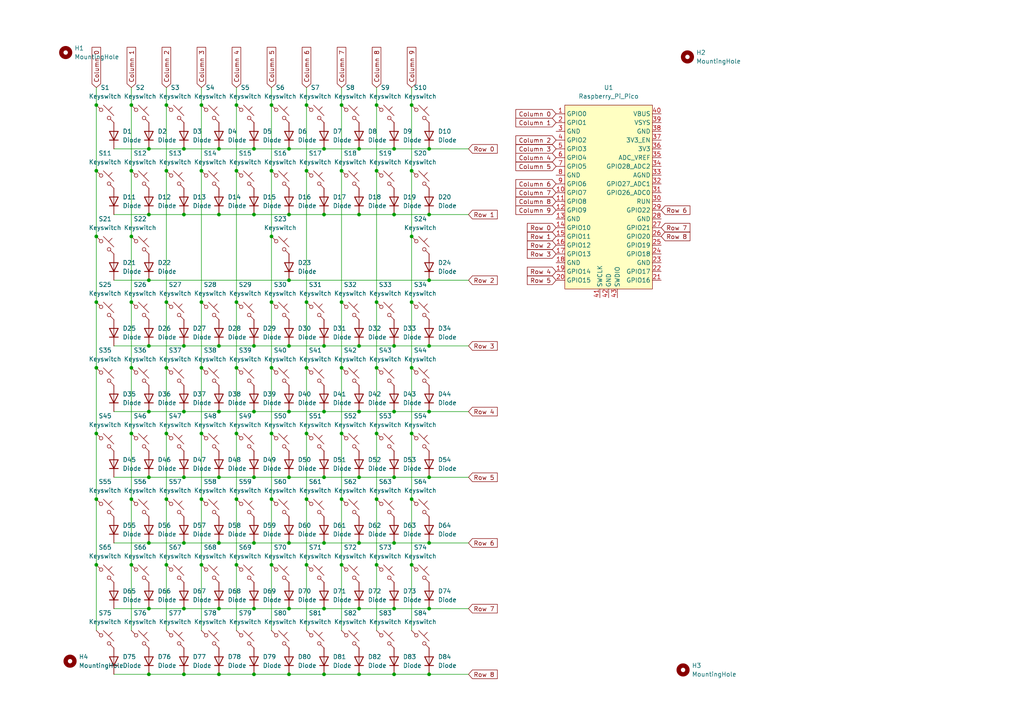
<source format=kicad_sch>
(kicad_sch (version 20231120) (generator "eeschema") (generator_version "8.0")
  (paper "A4")
  (lib_symbols
    (symbol "Mechanical:MountingHole" (pin_names (offset 1.016)) (exclude_from_sim yes) (in_bom no)
      (property "Reference" "H" (at 0 5.08 0))
      (property "Value" "MountingHole" (at 0 3.175 0))
    )
    (symbol "ScottoKeebs:MCU_Raspberry_Pi_Pico"
      (property "Reference" "U" (at 0 0 0))
      (property "Value" "Raspberry_Pi_Pico" (at 0 27.94 0))
      (symbol "MCU_Raspberry_Pi_Pico_1_1"
        (pin bidirectional line (at -15.24 24.13 0) (length 2.54) (name "GPIO0") (number "1"))
        (pin bidirectional line (at -15.24 1.27 0) (length 2.54) (name "GPIO7") (number "10"))
        (pin bidirectional line (at -15.24 -1.27 0) (length 2.54) (name "GPIO8") (number "11"))
        (pin bidirectional line (at -15.24 -3.81 0) (length 2.54) (name "GPIO9") (number "12"))
        (pin power_in line (at -15.24 -6.35 0) (length 2.54) (name "GND") (number "13"))
        (pin bidirectional line (at -15.24 -8.89 0) (length 2.54) (name "GPIO10") (number "14"))
        (pin bidirectional line (at -15.24 -11.43 0) (length 2.54) (name "GPIO11") (number "15"))
        (pin bidirectional line (at -15.24 -13.97 0) (length 2.54) (name "GPIO12") (number "16"))
        (pin bidirectional line (at -15.24 -16.51 0) (length 2.54) (name "GPIO13") (number "17"))
        (pin power_in line (at -15.24 -19.05 0) (length 2.54) (name "GND") (number "18"))
        (pin bidirectional line (at -15.24 -21.59 0) (length 2.54) (name "GPIO14") (number "19"))
        (pin bidirectional line (at -15.24 21.59 0) (length 2.54) (name "GPIO1") (number "2"))
        (pin bidirectional line (at -15.24 -24.13 0) (length 2.54) (name "GPIO15") (number "20"))
        (pin bidirectional line (at 15.24 -24.13 180) (length 2.54) (name "GPIO16") (number "21"))
        (pin bidirectional line (at 15.24 -21.59 180) (length 2.54) (name "GPIO17") (number "22"))
        (pin power_in line (at 15.24 -19.05 180) (length 2.54) (name "GND") (number "23"))
        (pin bidirectional line (at 15.24 -16.51 180) (length 2.54) (name "GPIO18") (number "24"))
        (pin bidirectional line (at 15.24 -13.97 180) (length 2.54) (name "GPIO19") (number "25"))
        (pin bidirectional line (at 15.24 -11.43 180) (length 2.54) (name "GPIO20") (number "26"))
        (pin bidirectional line (at 15.24 -8.89 180) (length 2.54) (name "GPIO21") (number "27"))
        (pin power_in line (at 15.24 -6.35 180) (length 2.54) (name "GND") (number "28"))
        (pin bidirectional line (at 15.24 -3.81 180) (length 2.54) (name "GPIO22") (number "29"))
        (pin power_in line (at -15.24 19.05 0) (length 2.54) (name "GND") (number "3"))
        (pin input line (at 15.24 -1.27 180) (length 2.54) (name "RUN") (number "30"))
        (pin bidirectional line (at 15.24 1.27 180) (length 2.54) (name "GPIO26_ADC0") (number "31"))
        (pin bidirectional line (at 15.24 3.81 180) (length 2.54) (name "GPIO27_ADC1") (number "32"))
        (pin power_in line (at 15.24 6.35 180) (length 2.54) (name "AGND") (number "33"))
        (pin bidirectional line (at 15.24 8.89 180) (length 2.54) (name "GPIO28_ADC2") (number "34"))
        (pin power_in line (at 15.24 11.43 180) (length 2.54) (name "ADC_VREF") (number "35"))
        (pin power_in line (at 15.24 13.97 180) (length 2.54) (name "3V3") (number "36"))
        (pin input line (at 15.24 16.51 180) (length 2.54) (name "3V3_EN") (number "37"))
        (pin bidirectional line (at 15.24 19.05 180) (length 2.54) (name "GND") (number "38"))
        (pin power_in line (at 15.24 21.59 180) (length 2.54) (name "VSYS") (number "39"))
        (pin bidirectional line (at -15.24 16.51 0) (length 2.54) (name "GPIO2") (number "4"))
        (pin power_in line (at 15.24 24.13 180) (length 2.54) (name "VBUS") (number "40"))
        (pin input line (at -2.54 -29.21 90) (length 2.54) (name "SWCLK") (number "41"))
        (pin power_in line (at 0 -29.21 90) (length 2.54) (name "GND") (number "42"))
        (pin bidirectional line (at 2.54 -29.21 90) (length 2.54) (name "SWDIO") (number "43"))
        (pin bidirectional line (at -15.24 13.97 0) (length 2.54) (name "GPIO3") (number "5"))
        (pin bidirectional line (at -15.24 11.43 0) (length 2.54) (name "GPIO4") (number "6"))
        (pin bidirectional line (at -15.24 8.89 0) (length 2.54) (name "GPIO5") (number "7"))
        (pin power_in line (at -15.24 6.35 0) (length 2.54) (name "GND") (number "8"))
        (pin bidirectional line (at -15.24 3.81 0) (length 2.54) (name "GPIO6") (number "9"))
      )
    )
    (symbol "ScottoKeebs:Placeholder_Diode" (pin_numbers hide) (pin_names hide)
      (property "Reference" "D" (at 0 2.54 0))
      (property "Value" "Diode" (at 0 -2.54 0))
      (symbol "Placeholder_Diode_1_1"
        (pin passive line (at -3.81 0 0) (length 2.54) (name "K") (number "1"))
        (pin passive line (at 3.81 0 180) (length 2.54) (name "A") (number "2"))
      )
    )
    (symbol "ScottoKeebs:Placeholder_Keyswitch" (pin_numbers hide) (pin_names (offset 1.016) hide)
      (property "Reference" "S" (at 3.048 1.016 0))
      (property "Value" "Keyswitch" (at 0 -3.81 0))
      (symbol "Placeholder_Keyswitch_0_1"
        (pin passive line (at -2.54 2.54 0) (length 0) (name "1") (number "1"))
        (pin passive line (at 2.54 -2.54 180) (length 0) (name "2") (number "2"))
      )
    )
  )
  (junction (at 58.42 125.73))
  (junction (at 63.5 43.18))
  (junction (at 114.3 195.58))
  (junction (at 63.5 157.48))
  (junction (at 114.3 157.48))
  (junction (at 104.14 119.38))
  (junction (at 27.94 106.68))
  (junction (at 99.06 87.63))
  (junction (at 114.3 100.33))
  (junction (at 114.3 138.43))
  (junction (at 27.94 163.83))
  (junction (at 48.26 49.53))
  (junction (at 43.18 81.28))
  (junction (at 43.18 176.53))
  (junction (at 73.66 119.38))
  (junction (at 88.9 49.53))
  (junction (at 53.34 43.18))
  (junction (at 43.18 43.18))
  (junction (at 114.3 62.23))
  (junction (at 104.14 138.43))
  (junction (at 68.58 106.68))
  (junction (at 119.38 163.83))
  (junction (at 53.34 119.38))
  (junction (at 43.18 119.38))
  (junction (at 53.34 138.43))
  (junction (at 63.5 62.23))
  (junction (at 68.58 87.63))
  (junction (at 73.66 157.48))
  (junction (at 93.98 119.38))
  (junction (at 58.42 163.83))
  (junction (at 114.3 119.38))
  (junction (at 73.66 43.18))
  (junction (at 114.3 43.18))
  (junction (at 78.74 125.73))
  (junction (at 78.74 87.63))
  (junction (at 78.74 30.48))
  (junction (at 124.46 176.53))
  (junction (at 104.14 195.58))
  (junction (at 124.46 119.38))
  (junction (at 78.74 163.83))
  (junction (at 99.06 30.48))
  (junction (at 38.1 144.78))
  (junction (at 38.1 163.83))
  (junction (at 48.26 144.78))
  (junction (at 53.34 176.53))
  (junction (at 109.22 106.68))
  (junction (at 63.5 195.58))
  (junction (at 104.14 43.18))
  (junction (at 27.94 87.63))
  (junction (at 78.74 106.68))
  (junction (at 88.9 87.63))
  (junction (at 58.42 87.63))
  (junction (at 73.66 138.43))
  (junction (at 124.46 100.33))
  (junction (at 83.82 157.48))
  (junction (at 48.26 125.73))
  (junction (at 53.34 195.58))
  (junction (at 58.42 49.53))
  (junction (at 88.9 144.78))
  (junction (at 109.22 144.78))
  (junction (at 83.82 138.43))
  (junction (at 109.22 163.83))
  (junction (at 38.1 30.48))
  (junction (at 114.3 176.53))
  (junction (at 124.46 157.48))
  (junction (at 48.26 30.48))
  (junction (at 27.94 125.73))
  (junction (at 58.42 30.48))
  (junction (at 83.82 176.53))
  (junction (at 119.38 49.53))
  (junction (at 43.18 100.33))
  (junction (at 93.98 157.48))
  (junction (at 73.66 176.53))
  (junction (at 93.98 195.58))
  (junction (at 99.06 125.73))
  (junction (at 99.06 144.78))
  (junction (at 124.46 81.28))
  (junction (at 104.14 62.23))
  (junction (at 38.1 68.58))
  (junction (at 58.42 144.78))
  (junction (at 38.1 125.73))
  (junction (at 58.42 106.68))
  (junction (at 109.22 87.63))
  (junction (at 124.46 138.43))
  (junction (at 53.34 62.23))
  (junction (at 78.74 49.53))
  (junction (at 83.82 100.33))
  (junction (at 48.26 106.68))
  (junction (at 83.82 62.23))
  (junction (at 104.14 176.53))
  (junction (at 119.38 68.58))
  (junction (at 63.5 119.38))
  (junction (at 88.9 30.48))
  (junction (at 73.66 100.33))
  (junction (at 27.94 30.48))
  (junction (at 88.9 163.83))
  (junction (at 43.18 138.43))
  (junction (at 63.5 176.53))
  (junction (at 104.14 157.48))
  (junction (at 124.46 43.18))
  (junction (at 68.58 125.73))
  (junction (at 83.82 81.28))
  (junction (at 119.38 30.48))
  (junction (at 104.14 100.33))
  (junction (at 119.38 125.73))
  (junction (at 68.58 30.48))
  (junction (at 78.74 144.78))
  (junction (at 83.82 195.58))
  (junction (at 68.58 49.53))
  (junction (at 53.34 157.48))
  (junction (at 88.9 125.73))
  (junction (at 27.94 49.53))
  (junction (at 93.98 138.43))
  (junction (at 93.98 176.53))
  (junction (at 119.38 106.68))
  (junction (at 99.06 163.83))
  (junction (at 63.5 100.33))
  (junction (at 93.98 43.18))
  (junction (at 109.22 125.73))
  (junction (at 124.46 195.58))
  (junction (at 43.18 157.48))
  (junction (at 73.66 195.58))
  (junction (at 63.5 138.43))
  (junction (at 88.9 106.68))
  (junction (at 27.94 68.58))
  (junction (at 83.82 43.18))
  (junction (at 48.26 163.83))
  (junction (at 78.74 68.58))
  (junction (at 93.98 62.23))
  (junction (at 93.98 100.33))
  (junction (at 38.1 49.53))
  (junction (at 99.06 49.53))
  (junction (at 73.66 62.23))
  (junction (at 27.94 144.78))
  (junction (at 109.22 49.53))
  (junction (at 53.34 100.33))
  (junction (at 83.82 119.38))
  (junction (at 43.18 195.58))
  (junction (at 68.58 144.78))
  (junction (at 68.58 163.83))
  (junction (at 43.18 62.23))
  (junction (at 38.1 106.68))
  (junction (at 38.1 87.63))
  (junction (at 119.38 144.78))
  (junction (at 119.38 87.63))
  (junction (at 99.06 106.68))
  (junction (at 109.22 30.48))
  (junction (at 124.46 62.23))
  (junction (at 48.26 87.63))
  (wire (pts (xy 135.89 195.58) (xy 124.46 195.58)))
  (wire (pts (xy 83.82 157.48) (xy 93.98 157.48)))
  (wire (pts (xy 53.34 157.48) (xy 63.5 157.48)))
  (wire (pts (xy 53.34 195.58) (xy 63.5 195.58)))
  (wire (pts (xy 78.74 30.48) (xy 78.74 49.53)))
  (wire (pts (xy 88.9 125.73) (xy 88.9 144.78)))
  (wire (pts (xy 58.42 30.48) (xy 58.42 49.53)))
  (wire (pts (xy 48.26 163.83) (xy 48.26 182.88)))
  (wire (pts (xy 114.3 119.38) (xy 124.46 119.38)))
  (wire (pts (xy 88.9 25.4) (xy 88.9 30.48)))
  (wire (pts (xy 43.18 176.53) (xy 53.34 176.53)))
  (wire (pts (xy 53.34 138.43) (xy 63.5 138.43)))
  (wire (pts (xy 104.14 62.23) (xy 114.3 62.23)))
  (wire (pts (xy 38.1 144.78) (xy 38.1 163.83)))
  (wire (pts (xy 27.94 163.83) (xy 27.94 182.88)))
  (wire (pts (xy 43.18 62.23) (xy 53.34 62.23)))
  (wire (pts (xy 48.26 106.68) (xy 48.26 125.73)))
  (wire (pts (xy 33.02 119.38) (xy 43.18 119.38)))
  (wire (pts (xy 114.3 157.48) (xy 124.46 157.48)))
  (wire (pts (xy 38.1 68.58) (xy 38.1 87.63)))
  (wire (pts (xy 93.98 43.18) (xy 104.14 43.18)))
  (wire (pts (xy 53.34 43.18) (xy 63.5 43.18)))
  (wire (pts (xy 27.94 106.68) (xy 27.94 125.73)))
  (wire (pts (xy 135.89 176.53) (xy 124.46 176.53)))
  (wire (pts (xy 83.82 100.33) (xy 93.98 100.33)))
  (wire (pts (xy 58.42 49.53) (xy 58.42 87.63)))
  (wire (pts (xy 73.66 119.38) (xy 83.82 119.38)))
  (wire (pts (xy 119.38 144.78) (xy 119.38 163.83)))
  (wire (pts (xy 78.74 25.4) (xy 78.74 30.48)))
  (wire (pts (xy 38.1 163.83) (xy 38.1 182.88)))
  (wire (pts (xy 99.06 49.53) (xy 99.06 87.63)))
  (wire (pts (xy 38.1 30.48) (xy 38.1 49.53)))
  (wire (pts (xy 73.66 138.43) (xy 83.82 138.43)))
  (wire (pts (xy 114.3 195.58) (xy 124.46 195.58)))
  (wire (pts (xy 78.74 125.73) (xy 78.74 144.78)))
  (wire (pts (xy 114.3 100.33) (xy 124.46 100.33)))
  (wire (pts (xy 109.22 30.48) (xy 109.22 49.53)))
  (wire (pts (xy 58.42 25.4) (xy 58.42 30.48)))
  (wire (pts (xy 104.14 157.48) (xy 114.3 157.48)))
  (wire (pts (xy 27.94 125.73) (xy 27.94 144.78)))
  (wire (pts (xy 104.14 176.53) (xy 114.3 176.53)))
  (wire (pts (xy 99.06 144.78) (xy 99.06 163.83)))
  (wire (pts (xy 104.14 195.58) (xy 114.3 195.58)))
  (wire (pts (xy 73.66 176.53) (xy 83.82 176.53)))
  (wire (pts (xy 135.89 157.48) (xy 124.46 157.48)))
  (wire (pts (xy 58.42 87.63) (xy 58.42 106.68)))
  (wire (pts (xy 99.06 30.48) (xy 99.06 49.53)))
  (wire (pts (xy 33.02 81.28) (xy 43.18 81.28)))
  (wire (pts (xy 109.22 125.73) (xy 109.22 144.78)))
  (wire (pts (xy 53.34 176.53) (xy 63.5 176.53)))
  (wire (pts (xy 63.5 100.33) (xy 73.66 100.33)))
  (wire (pts (xy 99.06 25.4) (xy 99.06 30.48)))
  (wire (pts (xy 43.18 100.33) (xy 53.34 100.33)))
  (wire (pts (xy 135.89 43.18) (xy 124.46 43.18)))
  (wire (pts (xy 109.22 87.63) (xy 109.22 106.68)))
  (wire (pts (xy 63.5 62.23) (xy 73.66 62.23)))
  (wire (pts (xy 78.74 68.58) (xy 78.74 87.63)))
  (wire (pts (xy 88.9 144.78) (xy 88.9 163.83)))
  (wire (pts (xy 119.38 163.83) (xy 119.38 182.88)))
  (wire (pts (xy 135.89 138.43) (xy 124.46 138.43)))
  (wire (pts (xy 119.38 68.58) (xy 119.38 87.63)))
  (wire (pts (xy 78.74 144.78) (xy 78.74 163.83)))
  (wire (pts (xy 135.89 81.28) (xy 124.46 81.28)))
  (wire (pts (xy 114.3 62.23) (xy 124.46 62.23)))
  (wire (pts (xy 104.14 138.43) (xy 114.3 138.43)))
  (wire (pts (xy 48.26 49.53) (xy 48.26 87.63)))
  (wire (pts (xy 53.34 119.38) (xy 63.5 119.38)))
  (wire (pts (xy 43.18 119.38) (xy 53.34 119.38)))
  (wire (pts (xy 93.98 100.33) (xy 104.14 100.33)))
  (wire (pts (xy 83.82 62.23) (xy 93.98 62.23)))
  (wire (pts (xy 93.98 176.53) (xy 104.14 176.53)))
  (wire (pts (xy 63.5 157.48) (xy 73.66 157.48)))
  (wire (pts (xy 99.06 87.63) (xy 99.06 106.68)))
  (wire (pts (xy 83.82 176.53) (xy 93.98 176.53)))
  (wire (pts (xy 99.06 106.68) (xy 99.06 125.73)))
  (wire (pts (xy 88.9 106.68) (xy 88.9 125.73)))
  (wire (pts (xy 78.74 49.53) (xy 78.74 68.58)))
  (wire (pts (xy 119.38 49.53) (xy 119.38 68.58)))
  (wire (pts (xy 53.34 62.23) (xy 63.5 62.23)))
  (wire (pts (xy 68.58 30.48) (xy 68.58 49.53)))
  (wire (pts (xy 68.58 87.63) (xy 68.58 106.68)))
  (wire (pts (xy 135.89 62.23) (xy 124.46 62.23)))
  (wire (pts (xy 38.1 87.63) (xy 38.1 106.68)))
  (wire (pts (xy 73.66 157.48) (xy 83.82 157.48)))
  (wire (pts (xy 33.02 100.33) (xy 43.18 100.33)))
  (wire (pts (xy 68.58 163.83) (xy 68.58 182.88)))
  (wire (pts (xy 109.22 25.4) (xy 109.22 30.48)))
  (wire (pts (xy 27.94 87.63) (xy 27.94 106.68)))
  (wire (pts (xy 27.94 30.48) (xy 27.94 49.53)))
  (wire (pts (xy 93.98 157.48) (xy 104.14 157.48)))
  (wire (pts (xy 33.02 43.18) (xy 43.18 43.18)))
  (wire (pts (xy 58.42 163.83) (xy 58.42 182.88)))
  (wire (pts (xy 43.18 43.18) (xy 53.34 43.18)))
  (wire (pts (xy 68.58 106.68) (xy 68.58 125.73)))
  (wire (pts (xy 93.98 62.23) (xy 104.14 62.23)))
  (wire (pts (xy 58.42 106.68) (xy 58.42 125.73)))
  (wire (pts (xy 93.98 138.43) (xy 104.14 138.43)))
  (wire (pts (xy 114.3 138.43) (xy 124.46 138.43)))
  (wire (pts (xy 104.14 100.33) (xy 114.3 100.33)))
  (wire (pts (xy 83.82 119.38) (xy 93.98 119.38)))
  (wire (pts (xy 99.06 163.83) (xy 99.06 182.88)))
  (wire (pts (xy 93.98 119.38) (xy 104.14 119.38)))
  (wire (pts (xy 99.06 125.73) (xy 99.06 144.78)))
  (wire (pts (xy 78.74 87.63) (xy 78.74 106.68)))
  (wire (pts (xy 68.58 25.4) (xy 68.58 30.48)))
  (wire (pts (xy 93.98 195.58) (xy 104.14 195.58)))
  (wire (pts (xy 73.66 43.18) (xy 83.82 43.18)))
  (wire (pts (xy 119.38 25.4) (xy 119.38 30.48)))
  (wire (pts (xy 135.89 119.38) (xy 124.46 119.38)))
  (wire (pts (xy 63.5 176.53) (xy 73.66 176.53)))
  (wire (pts (xy 33.02 195.58) (xy 43.18 195.58)))
  (wire (pts (xy 119.38 87.63) (xy 119.38 106.68)))
  (wire (pts (xy 73.66 100.33) (xy 83.82 100.33)))
  (wire (pts (xy 33.02 138.43) (xy 43.18 138.43)))
  (wire (pts (xy 33.02 62.23) (xy 43.18 62.23)))
  (wire (pts (xy 48.26 125.73) (xy 48.26 144.78)))
  (wire (pts (xy 53.34 100.33) (xy 63.5 100.33)))
  (wire (pts (xy 135.89 100.33) (xy 124.46 100.33)))
  (wire (pts (xy 63.5 195.58) (xy 73.66 195.58)))
  (wire (pts (xy 58.42 125.73) (xy 58.42 144.78)))
  (wire (pts (xy 63.5 138.43) (xy 73.66 138.43)))
  (wire (pts (xy 83.82 43.18) (xy 93.98 43.18)))
  (wire (pts (xy 88.9 87.63) (xy 88.9 106.68)))
  (wire (pts (xy 104.14 43.18) (xy 114.3 43.18)))
  (wire (pts (xy 109.22 144.78) (xy 109.22 163.83)))
  (wire (pts (xy 48.26 87.63) (xy 48.26 106.68)))
  (wire (pts (xy 73.66 62.23) (xy 83.82 62.23)))
  (wire (pts (xy 68.58 125.73) (xy 68.58 144.78)))
  (wire (pts (xy 38.1 25.4) (xy 38.1 30.48)))
  (wire (pts (xy 27.94 49.53) (xy 27.94 68.58)))
  (wire (pts (xy 73.66 195.58) (xy 83.82 195.58)))
  (wire (pts (xy 78.74 106.68) (xy 78.74 125.73)))
  (wire (pts (xy 63.5 119.38) (xy 73.66 119.38)))
  (wire (pts (xy 27.94 144.78) (xy 27.94 163.83)))
  (wire (pts (xy 119.38 106.68) (xy 119.38 125.73)))
  (wire (pts (xy 27.94 25.4) (xy 27.94 30.48)))
  (wire (pts (xy 48.26 25.4) (xy 48.26 30.48)))
  (wire (pts (xy 38.1 125.73) (xy 38.1 144.78)))
  (wire (pts (xy 33.02 176.53) (xy 43.18 176.53)))
  (wire (pts (xy 58.42 144.78) (xy 58.42 163.83)))
  (wire (pts (xy 48.26 30.48) (xy 48.26 49.53)))
  (wire (pts (xy 78.74 163.83) (xy 78.74 182.88)))
  (wire (pts (xy 43.18 195.58) (xy 53.34 195.58)))
  (wire (pts (xy 27.94 68.58) (xy 27.94 87.63)))
  (wire (pts (xy 119.38 30.48) (xy 119.38 49.53)))
  (wire (pts (xy 114.3 176.53) (xy 124.46 176.53)))
  (wire (pts (xy 104.14 119.38) (xy 114.3 119.38)))
  (wire (pts (xy 43.18 157.48) (xy 53.34 157.48)))
  (wire (pts (xy 83.82 138.43) (xy 93.98 138.43)))
  (wire (pts (xy 88.9 49.53) (xy 88.9 87.63)))
  (wire (pts (xy 109.22 106.68) (xy 109.22 125.73)))
  (wire (pts (xy 48.26 144.78) (xy 48.26 163.83)))
  (wire (pts (xy 88.9 163.83) (xy 88.9 182.88)))
  (wire (pts (xy 63.5 43.18) (xy 73.66 43.18)))
  (wire (pts (xy 109.22 49.53) (xy 109.22 87.63)))
  (wire (pts (xy 43.18 138.43) (xy 53.34 138.43)))
  (wire (pts (xy 88.9 30.48) (xy 88.9 49.53)))
  (wire (pts (xy 114.3 43.18) (xy 124.46 43.18)))
  (wire (pts (xy 83.82 195.58) (xy 93.98 195.58)))
  (wire (pts (xy 33.02 157.48) (xy 43.18 157.48)))
  (wire (pts (xy 109.22 163.83) (xy 109.22 182.88)))
  (wire (pts (xy 119.38 125.73) (xy 119.38 144.78)))
  (wire (pts (xy 38.1 49.53) (xy 38.1 68.58)))
  (wire (pts (xy 68.58 49.53) (xy 68.58 87.63)))
  (wire (pts (xy 68.58 144.78) (xy 68.58 163.83)))
  (wire (pts (xy 83.82 81.28) (xy 124.46 81.28)))
  (wire (pts (xy 38.1 106.68) (xy 38.1 125.73)))
  (wire (pts (xy 43.18 81.28) (xy 83.82 81.28)))
  (global_label "Column 5" (shape input) (at 161.29 48.26 180) (property "Intersheetrefs" "${INTERSHEET_REFS}" (effects (hide yes))))
  (global_label "Row 1" (shape input) (at 135.89 62.23 0) (property "Intersheetrefs" "${INTERSHEET_REFS}" (effects (hide yes))))
  (global_label "Column 7" (shape input) (at 161.29 55.88 180) (property "Intersheetrefs" "${INTERSHEET_REFS}" (effects (hide yes))))
  (global_label "Column 4" (shape input) (at 68.58 25.4 90) (property "Intersheetrefs" "${INTERSHEET_REFS}" (effects (hide yes))))
  (global_label "Column 8" (shape input) (at 161.29 58.42 180) (property "Intersheetrefs" "${INTERSHEET_REFS}" (effects (hide yes))))
  (global_label "Column 9" (shape input) (at 119.38 25.4 90) (property "Intersheetrefs" "${INTERSHEET_REFS}" (effects (hide yes))))
  (global_label "Column 6" (shape input) (at 88.9 25.4 90) (property "Intersheetrefs" "${INTERSHEET_REFS}" (effects (hide yes))))
  (global_label "Column 3" (shape input) (at 161.29 43.18 180) (property "Intersheetrefs" "${INTERSHEET_REFS}" (effects (hide yes))))
  (global_label "Row 0" (shape input) (at 135.89 43.18 0) (property "Intersheetrefs" "${INTERSHEET_REFS}" (effects (hide yes))))
  (global_label "Column 5" (shape input) (at 78.74 25.4 90) (property "Intersheetrefs" "${INTERSHEET_REFS}" (effects (hide yes))))
  (global_label "Row 3" (shape input) (at 135.89 100.33 0) (property "Intersheetrefs" "${INTERSHEET_REFS}" (effects (hide yes))))
  (global_label "Row 6" (shape input) (at 135.89 157.48 0) (property "Intersheetrefs" "${INTERSHEET_REFS}" (effects (hide yes))))
  (global_label "Row 7" (shape input) (at 191.77 66.04 0) (property "Intersheetrefs" "${INTERSHEET_REFS}" (effects (hide yes))))
  (global_label "Row 4" (shape input) (at 135.89 119.38 0) (property "Intersheetrefs" "${INTERSHEET_REFS}" (effects (hide yes))))
  (global_label "Row 2" (shape input) (at 135.89 81.28 0) (property "Intersheetrefs" "${INTERSHEET_REFS}" (effects (hide yes))))
  (global_label "Column 1" (shape input) (at 38.1 25.4 90) (property "Intersheetrefs" "${INTERSHEET_REFS}" (effects (hide yes))))
  (global_label "Row 1" (shape input) (at 161.29 68.58 180) (property "Intersheetrefs" "${INTERSHEET_REFS}" (effects (hide yes))))
  (global_label "Row 5" (shape input) (at 135.89 138.43 0) (property "Intersheetrefs" "${INTERSHEET_REFS}" (effects (hide yes))))
  (global_label "Column 1" (shape input) (at 161.29 35.56 180) (property "Intersheetrefs" "${INTERSHEET_REFS}" (effects (hide yes))))
  (global_label "Row 5" (shape input) (at 161.29 81.28 180) (property "Intersheetrefs" "${INTERSHEET_REFS}" (effects (hide yes))))
  (global_label "Column 7" (shape input) (at 99.06 25.4 90) (property "Intersheetrefs" "${INTERSHEET_REFS}" (effects (hide yes))))
  (global_label "Column 6" (shape input) (at 161.29 53.34 180) (property "Intersheetrefs" "${INTERSHEET_REFS}" (effects (hide yes))))
  (global_label "Row 2" (shape input) (at 161.29 71.12 180) (property "Intersheetrefs" "${INTERSHEET_REFS}" (effects (hide yes))))
  (global_label "Row 8" (shape input) (at 191.77 68.58 0) (property "Intersheetrefs" "${INTERSHEET_REFS}" (effects (hide yes))))
  (global_label "Row 6" (shape input) (at 191.77 60.96 0) (property "Intersheetrefs" "${INTERSHEET_REFS}" (effects (hide yes))))
  (global_label "Row 8" (shape input) (at 135.89 195.58 0) (property "Intersheetrefs" "${INTERSHEET_REFS}" (effects (hide yes))))
  (global_label "Column 2" (shape input) (at 48.26 25.4 90) (property "Intersheetrefs" "${INTERSHEET_REFS}" (effects (hide yes))))
  (global_label "Column 8" (shape input) (at 109.22 25.4 90) (property "Intersheetrefs" "${INTERSHEET_REFS}" (effects (hide yes))))
  (global_label "Row 0" (shape input) (at 161.29 66.04 180) (property "Intersheetrefs" "${INTERSHEET_REFS}" (effects (hide yes))))
  (global_label "Column 0" (shape input) (at 27.94 25.4 90) (property "Intersheetrefs" "${INTERSHEET_REFS}" (effects (hide yes))))
  (global_label "Column 3" (shape input) (at 58.42 25.4 90) (property "Intersheetrefs" "${INTERSHEET_REFS}" (effects (hide yes))))
  (global_label "Column 4" (shape input) (at 161.29 45.72 180) (property "Intersheetrefs" "${INTERSHEET_REFS}" (effects (hide yes))))
  (global_label "Column 2" (shape input) (at 161.29 40.64 180) (property "Intersheetrefs" "${INTERSHEET_REFS}" (effects (hide yes))))
  (global_label "Column 0" (shape input) (at 161.29 33.02 180) (property "Intersheetrefs" "${INTERSHEET_REFS}" (effects (hide yes))))
  (global_label "Row 7" (shape input) (at 135.89 176.53 0) (property "Intersheetrefs" "${INTERSHEET_REFS}" (effects (hide yes))))
  (global_label "Row 3" (shape input) (at 161.29 73.66 180) (property "Intersheetrefs" "${INTERSHEET_REFS}" (effects (hide yes))))
  (global_label "Column 9" (shape input) (at 161.29 60.96 180) (property "Intersheetrefs" "${INTERSHEET_REFS}" (effects (hide yes))))
  (global_label "Row 4" (shape input) (at 161.29 78.74 180) (property "Intersheetrefs" "${INTERSHEET_REFS}" (effects (hide yes))))
  (symbol (lib_id "ScottoKeebs:Placeholder_Diode") (at 93.98 39.37 90) (unit 1)
    (property "Reference" "D7" (at 96.52 38.0999 90) (effects (justify right)))
    (property "Value" "Diode" (at 96.52 40.6399 90) (effects (justify right)))
    (property "Footprint" "ScottoKeebs_Components:Diode_DO-35" (effects (hide yes)))
    (property "Description" "1N4148 (DO-35) or 1N4148W (SOD-123)" (effects (hide yes)))
    (property "Sim.Device" "D" (effects (hide yes)))
    (property "Sim.Pins" "1=K 2=A" (effects (hide yes)))
  )
  (symbol (lib_id "ScottoKeebs:Placeholder_Keyswitch") (at 91.44 166.37 0) (unit 1)
    (property "Reference" "S71" (at 91.44 158.75 0))
    (property "Value" "Keyswitch" (at 91.44 161.29 0))
    (property "Footprint" "ScottoKeebs_MX:MX_PCB_1.00u" (effects (hide yes)))
    (property "Description" "Push button switch, normally open, two pins, 45° tilted" (effects (hide yes)))
  )
  (symbol (lib_id "ScottoKeebs:Placeholder_Keyswitch") (at 40.64 71.12 0) (unit 1)
    (property "Reference" "S22" (at 40.64 63.5 0))
    (property "Value" "Keyswitch" (at 40.64 66.04 0))
    (property "Footprint" "ScottoKeebs_MX:MX_PCB_1.00u" (effects (hide yes)))
    (property "Description" "Push button switch, normally open, two pins, 45° tilted" (effects (hide yes)))
  )
  (symbol (lib_id "ScottoKeebs:Placeholder_Diode") (at 124.46 58.42 90) (unit 1)
    (property "Reference" "D20" (at 127 57.1499 90) (effects (justify right)))
    (property "Value" "Diode" (at 127 59.6899 90) (effects (justify right)))
    (property "Footprint" "ScottoKeebs_Components:Diode_DO-35" (effects (hide yes)))
    (property "Description" "1N4148 (DO-35) or 1N4148W (SOD-123)" (effects (hide yes)))
    (property "Sim.Device" "D" (effects (hide yes)))
    (property "Sim.Pins" "1=K 2=A" (effects (hide yes)))
  )
  (symbol (lib_id "ScottoKeebs:Placeholder_Diode") (at 63.5 58.42 90) (unit 1)
    (property "Reference" "D14" (at 66.04 57.1499 90) (effects (justify right)))
    (property "Value" "Diode" (at 66.04 59.6899 90) (effects (justify right)))
    (property "Footprint" "ScottoKeebs_Components:Diode_DO-35" (effects (hide yes)))
    (property "Description" "1N4148 (DO-35) or 1N4148W (SOD-123)" (effects (hide yes)))
    (property "Sim.Device" "D" (effects (hide yes)))
    (property "Sim.Pins" "1=K 2=A" (effects (hide yes)))
  )
  (symbol (lib_id "ScottoKeebs:Placeholder_Keyswitch") (at 30.48 90.17 0) (unit 1)
    (property "Reference" "S25" (at 30.48 82.55 0))
    (property "Value" "Keyswitch" (at 30.48 85.09 0))
    (property "Footprint" "ScottoKeebs_MX:MX_PCB_1.00u" (effects (hide yes)))
    (property "Description" "Push button switch, normally open, two pins, 45° tilted" (effects (hide yes)))
  )
  (symbol (lib_id "ScottoKeebs:Placeholder_Diode") (at 43.18 39.37 90) (unit 1)
    (property "Reference" "D2" (at 45.72 38.0999 90) (effects (justify right)))
    (property "Value" "Diode" (at 45.72 40.6399 90) (effects (justify right)))
    (property "Footprint" "ScottoKeebs_Components:Diode_DO-35" (effects (hide yes)))
    (property "Description" "1N4148 (DO-35) or 1N4148W (SOD-123)" (effects (hide yes)))
    (property "Sim.Device" "D" (effects (hide yes)))
    (property "Sim.Pins" "1=K 2=A" (effects (hide yes)))
  )
  (symbol (lib_id "ScottoKeebs:Placeholder_Diode") (at 93.98 115.57 90) (unit 1)
    (property "Reference" "D41" (at 96.52 114.2999 90) (effects (justify right)))
    (property "Value" "Diode" (at 96.52 116.8399 90) (effects (justify right)))
    (property "Footprint" "ScottoKeebs_Components:Diode_DO-35" (effects (hide yes)))
    (property "Description" "1N4148 (DO-35) or 1N4148W (SOD-123)" (effects (hide yes)))
    (property "Sim.Device" "D" (effects (hide yes)))
    (property "Sim.Pins" "1=K 2=A" (effects (hide yes)))
  )
  (symbol (lib_id "ScottoKeebs:Placeholder_Keyswitch") (at 111.76 52.07 0) (unit 1)
    (property "Reference" "S19" (at 111.76 44.45 0))
    (property "Value" "Keyswitch" (at 111.76 46.99 0))
    (property "Footprint" "ScottoKeebs_MX:MX_PCB_1.00u" (effects (hide yes)))
    (property "Description" "Push button switch, normally open, two pins, 45° tilted" (effects (hide yes)))
  )
  (symbol (lib_id "ScottoKeebs:Placeholder_Keyswitch") (at 30.48 109.22 0) (unit 1)
    (property "Reference" "S35" (at 30.48 101.6 0))
    (property "Value" "Keyswitch" (at 30.48 104.14 0))
    (property "Footprint" "ScottoKeebs_MX:MX_PCB_1.00u" (effects (hide yes)))
    (property "Description" "Push button switch, normally open, two pins, 45° tilted" (effects (hide yes)))
  )
  (symbol (lib_id "ScottoKeebs:Placeholder_Diode") (at 83.82 172.72 90) (unit 1)
    (property "Reference" "D70" (at 86.36 171.4499 90) (effects (justify right)))
    (property "Value" "Diode" (at 86.36 173.9899 90) (effects (justify right)))
    (property "Footprint" "ScottoKeebs_Components:Diode_DO-35" (effects (hide yes)))
    (property "Description" "1N4148 (DO-35) or 1N4148W (SOD-123)" (effects (hide yes)))
    (property "Sim.Device" "D" (effects (hide yes)))
    (property "Sim.Pins" "1=K 2=A" (effects (hide yes)))
  )
  (symbol (lib_id "ScottoKeebs:Placeholder_Keyswitch") (at 40.64 109.22 0) (unit 1)
    (property "Reference" "S36" (at 40.64 101.6 0))
    (property "Value" "Keyswitch" (at 40.64 104.14 0))
    (property "Footprint" "ScottoKeebs_MX:MX_PCB_1.00u" (effects (hide yes)))
    (property "Description" "Push button switch, normally open, two pins, 45° tilted" (effects (hide yes)))
  )
  (symbol (lib_id "ScottoKeebs:Placeholder_Keyswitch") (at 81.28 128.27 0) (unit 1)
    (property "Reference" "S50" (at 81.28 120.65 0))
    (property "Value" "Keyswitch" (at 81.28 123.19 0))
    (property "Footprint" "ScottoKeebs_MX:MX_PCB_1.00u" (effects (hide yes)))
    (property "Description" "Push button switch, normally open, two pins, 45° tilted" (effects (hide yes)))
  )
  (symbol (lib_id "ScottoKeebs:Placeholder_Keyswitch") (at 50.8 128.27 0) (unit 1)
    (property "Reference" "S47" (at 50.8 120.65 0))
    (property "Value" "Keyswitch" (at 50.8 123.19 0))
    (property "Footprint" "ScottoKeebs_MX:MX_PCB_1.00u" (effects (hide yes)))
    (property "Description" "Push button switch, normally open, two pins, 45° tilted" (effects (hide yes)))
  )
  (symbol (lib_id "ScottoKeebs:Placeholder_Diode") (at 104.14 191.77 90) (unit 1)
    (property "Reference" "D82" (at 106.68 190.4999 90) (effects (justify right)))
    (property "Value" "Diode" (at 106.68 193.0399 90) (effects (justify right)))
    (property "Footprint" "ScottoKeebs_Components:Diode_DO-35" (effects (hide yes)))
    (property "Description" "1N4148 (DO-35) or 1N4148W (SOD-123)" (effects (hide yes)))
    (property "Sim.Device" "D" (effects (hide yes)))
    (property "Sim.Pins" "1=K 2=A" (effects (hide yes)))
  )
  (symbol (lib_id "ScottoKeebs:Placeholder_Diode") (at 83.82 77.47 90) (unit 1)
    (property "Reference" "D23" (at 86.36 76.1999 90) (effects (justify right)))
    (property "Value" "Diode" (at 86.36 78.7399 90) (effects (justify right)))
    (property "Footprint" "ScottoKeebs_Components:Diode_DO-35" (effects (hide yes)))
    (property "Description" "1N4148 (DO-35) or 1N4148W (SOD-123)" (effects (hide yes)))
    (property "Sim.Device" "D" (effects (hide yes)))
    (property "Sim.Pins" "1=K 2=A" (effects (hide yes)))
  )
  (symbol (lib_id "ScottoKeebs:Placeholder_Diode") (at 114.3 58.42 90) (unit 1)
    (property "Reference" "D19" (at 116.84 57.1499 90) (effects (justify right)))
    (property "Value" "Diode" (at 116.84 59.6899 90) (effects (justify right)))
    (property "Footprint" "ScottoKeebs_Components:Diode_DO-35" (effects (hide yes)))
    (property "Description" "1N4148 (DO-35) or 1N4148W (SOD-123)" (effects (hide yes)))
    (property "Sim.Device" "D" (effects (hide yes)))
    (property "Sim.Pins" "1=K 2=A" (effects (hide yes)))
  )
  (symbol (lib_id "ScottoKeebs:Placeholder_Keyswitch") (at 111.76 185.42 0) (unit 1)
    (property "Reference" "S83" (at 111.76 177.8 0))
    (property "Value" "Keyswitch" (at 111.76 180.34 0))
    (property "Footprint" "ScottoKeebs_MX:MX_PCB_1.00u" (effects (hide yes)))
    (property "Description" "Push button switch, normally open, two pins, 45° tilted" (effects (hide yes)))
  )
  (symbol (lib_id "ScottoKeebs:Placeholder_Diode") (at 73.66 39.37 90) (unit 1)
    (property "Reference" "D5" (at 76.2 38.0999 90) (effects (justify right)))
    (property "Value" "Diode" (at 76.2 40.6399 90) (effects (justify right)))
    (property "Footprint" "ScottoKeebs_Components:Diode_DO-35" (effects (hide yes)))
    (property "Description" "1N4148 (DO-35) or 1N4148W (SOD-123)" (effects (hide yes)))
    (property "Sim.Device" "D" (effects (hide yes)))
    (property "Sim.Pins" "1=K 2=A" (effects (hide yes)))
  )
  (symbol (lib_id "ScottoKeebs:Placeholder_Keyswitch") (at 40.64 166.37 0) (unit 1)
    (property "Reference" "S66" (at 40.64 158.75 0))
    (property "Value" "Keyswitch" (at 40.64 161.29 0))
    (property "Footprint" "ScottoKeebs_MX:MX_PCB_1.00u" (effects (hide yes)))
    (property "Description" "Push button switch, normally open, two pins, 45° tilted" (effects (hide yes)))
  )
  (symbol (lib_id "ScottoKeebs:Placeholder_Keyswitch") (at 30.48 52.07 0) (unit 1)
    (property "Reference" "S11" (at 30.48 44.45 0))
    (property "Value" "Keyswitch" (at 30.48 46.99 0))
    (property "Footprint" "ScottoKeebs_MX:MX_PCB_1.00u" (effects (hide yes)))
    (property "Description" "Push button switch, normally open, two pins, 45° tilted" (effects (hide yes)))
  )
  (symbol (lib_id "ScottoKeebs:Placeholder_Diode") (at 124.46 134.62 90) (unit 1)
    (property "Reference" "D54" (at 127 133.3499 90) (effects (justify right)))
    (property "Value" "Diode" (at 127 135.8899 90) (effects (justify right)))
    (property "Footprint" "ScottoKeebs_Components:Diode_DO-35" (effects (hide yes)))
    (property "Description" "1N4148 (DO-35) or 1N4148W (SOD-123)" (effects (hide yes)))
    (property "Sim.Device" "D" (effects (hide yes)))
    (property "Sim.Pins" "1=K 2=A" (effects (hide yes)))
  )
  (symbol (lib_id "ScottoKeebs:Placeholder_Keyswitch") (at 111.76 109.22 0) (unit 1)
    (property "Reference" "S43" (at 111.76 101.6 0))
    (property "Value" "Keyswitch" (at 111.76 104.14 0))
    (property "Footprint" "ScottoKeebs_MX:MX_PCB_1.00u" (effects (hide yes)))
    (property "Description" "Push button switch, normally open, two pins, 45° tilted" (effects (hide yes)))
  )
  (symbol (lib_id "ScottoKeebs:Placeholder_Keyswitch") (at 40.64 128.27 0) (unit 1)
    (property "Reference" "S46" (at 40.64 120.65 0))
    (property "Value" "Keyswitch" (at 40.64 123.19 0))
    (property "Footprint" "ScottoKeebs_MX:MX_PCB_1.00u" (effects (hide yes)))
    (property "Description" "Push button switch, normally open, two pins, 45° tilted" (effects (hide yes)))
  )
  (symbol (lib_id "ScottoKeebs:Placeholder_Diode") (at 73.66 153.67 90) (unit 1)
    (property "Reference" "D59" (at 76.2 152.3999 90) (effects (justify right)))
    (property "Value" "Diode" (at 76.2 154.9399 90) (effects (justify right)))
    (property "Footprint" "ScottoKeebs_Components:Diode_DO-35" (effects (hide yes)))
    (property "Description" "1N4148 (DO-35) or 1N4148W (SOD-123)" (effects (hide yes)))
    (property "Sim.Device" "D" (effects (hide yes)))
    (property "Sim.Pins" "1=K 2=A" (effects (hide yes)))
  )
  (symbol (lib_id "ScottoKeebs:Placeholder_Diode") (at 53.34 172.72 90) (unit 1)
    (property "Reference" "D67" (at 55.88 171.4499 90) (effects (justify right)))
    (property "Value" "Diode" (at 55.88 173.9899 90) (effects (justify right)))
    (property "Footprint" "ScottoKeebs_Components:Diode_DO-35" (effects (hide yes)))
    (property "Description" "1N4148 (DO-35) or 1N4148W (SOD-123)" (effects (hide yes)))
    (property "Sim.Device" "D" (effects (hide yes)))
    (property "Sim.Pins" "1=K 2=A" (effects (hide yes)))
  )
  (symbol (lib_id "ScottoKeebs:Placeholder_Diode") (at 63.5 172.72 90) (unit 1)
    (property "Reference" "D68" (at 66.04 171.4499 90) (effects (justify right)))
    (property "Value" "Diode" (at 66.04 173.9899 90) (effects (justify right)))
    (property "Footprint" "ScottoKeebs_Components:Diode_DO-35" (effects (hide yes)))
    (property "Description" "1N4148 (DO-35) or 1N4148W (SOD-123)" (effects (hide yes)))
    (property "Sim.Device" "D" (effects (hide yes)))
    (property "Sim.Pins" "1=K 2=A" (effects (hide yes)))
  )
  (symbol (lib_id "ScottoKeebs:Placeholder_Keyswitch") (at 30.48 33.02 0) (unit 1)
    (property "Reference" "S1" (at 30.48 25.4 0))
    (property "Value" "Keyswitch" (at 30.48 27.94 0))
    (property "Footprint" "ScottoKeebs_MX:MX_PCB_1.00u" (effects (hide yes)))
    (property "Description" "Push button switch, normally open, two pins, 45° tilted" (effects (hide yes)))
  )
  (symbol (lib_id "ScottoKeebs:Placeholder_Diode") (at 104.14 115.57 90) (unit 1)
    (property "Reference" "D42" (at 106.68 114.2999 90) (effects (justify right)))
    (property "Value" "Diode" (at 106.68 116.8399 90) (effects (justify right)))
    (property "Footprint" "ScottoKeebs_Components:Diode_DO-35" (effects (hide yes)))
    (property "Description" "1N4148 (DO-35) or 1N4148W (SOD-123)" (effects (hide yes)))
    (property "Sim.Device" "D" (effects (hide yes)))
    (property "Sim.Pins" "1=K 2=A" (effects (hide yes)))
  )
  (symbol (lib_id "ScottoKeebs:Placeholder_Keyswitch") (at 91.44 109.22 0) (unit 1)
    (property "Reference" "S41" (at 91.44 101.6 0))
    (property "Value" "Keyswitch" (at 91.44 104.14 0))
    (property "Footprint" "ScottoKeebs_MX:MX_PCB_1.00u" (effects (hide yes)))
    (property "Description" "Push button switch, normally open, two pins, 45° tilted" (effects (hide yes)))
  )
  (symbol (lib_id "ScottoKeebs:Placeholder_Diode") (at 114.3 39.37 90) (unit 1)
    (property "Reference" "D9" (at 116.84 38.0999 90) (effects (justify right)))
    (property "Value" "Diode" (at 116.84 40.6399 90) (effects (justify right)))
    (property "Footprint" "ScottoKeebs_Components:Diode_DO-35" (effects (hide yes)))
    (property "Description" "1N4148 (DO-35) or 1N4148W (SOD-123)" (effects (hide yes)))
    (property "Sim.Device" "D" (effects (hide yes)))
    (property "Sim.Pins" "1=K 2=A" (effects (hide yes)))
  )
  (symbol (lib_id "ScottoKeebs:Placeholder_Keyswitch") (at 71.12 166.37 0) (unit 1)
    (property "Reference" "S69" (at 71.12 158.75 0))
    (property "Value" "Keyswitch" (at 71.12 161.29 0))
    (property "Footprint" "ScottoKeebs_MX:MX_PCB_1.00u" (effects (hide yes)))
    (property "Description" "Push button switch, normally open, two pins, 45° tilted" (effects (hide yes)))
  )
  (symbol (lib_id "ScottoKeebs:Placeholder_Diode") (at 33.02 39.37 90) (unit 1)
    (property "Reference" "D1" (at 35.56 38.0999 90) (effects (justify right)))
    (property "Value" "Diode" (at 35.56 40.6399 90) (effects (justify right)))
    (property "Footprint" "ScottoKeebs_Components:Diode_DO-35" (effects (hide yes)))
    (property "Description" "1N4148 (DO-35) or 1N4148W (SOD-123)" (effects (hide yes)))
    (property "Sim.Device" "D" (effects (hide yes)))
    (property "Sim.Pins" "1=K 2=A" (effects (hide yes)))
  )
  (symbol (lib_id "ScottoKeebs:Placeholder_Keyswitch") (at 71.12 185.42 0) (unit 1)
    (property "Reference" "S79" (at 71.12 177.8 0))
    (property "Value" "Keyswitch" (at 71.12 180.34 0))
    (property "Footprint" "ScottoKeebs_MX:MX_PCB_1.00u" (effects (hide yes)))
    (property "Description" "Push button switch, normally open, two pins, 45° tilted" (effects (hide yes)))
  )
  (symbol (lib_id "ScottoKeebs:Placeholder_Diode") (at 93.98 172.72 90) (unit 1)
    (property "Reference" "D71" (at 96.52 171.4499 90) (effects (justify right)))
    (property "Value" "Diode" (at 96.52 173.9899 90) (effects (justify right)))
    (property "Footprint" "ScottoKeebs_Components:Diode_DO-35" (effects (hide yes)))
    (property "Description" "1N4148 (DO-35) or 1N4148W (SOD-123)" (effects (hide yes)))
    (property "Sim.Device" "D" (effects (hide yes)))
    (property "Sim.Pins" "1=K 2=A" (effects (hide yes)))
  )
  (symbol (lib_id "ScottoKeebs:Placeholder_Diode") (at 104.14 134.62 90) (unit 1)
    (property "Reference" "D52" (at 106.68 133.3499 90) (effects (justify right)))
    (property "Value" "Diode" (at 106.68 135.8899 90) (effects (justify right)))
    (property "Footprint" "ScottoKeebs_Components:Diode_DO-35" (effects (hide yes)))
    (property "Description" "1N4148 (DO-35) or 1N4148W (SOD-123)" (effects (hide yes)))
    (property "Sim.Device" "D" (effects (hide yes)))
    (property "Sim.Pins" "1=K 2=A" (effects (hide yes)))
  )
  (symbol (lib_id "ScottoKeebs:Placeholder_Diode") (at 124.46 96.52 90) (unit 1)
    (property "Reference" "D34" (at 127 95.2499 90) (effects (justify right)))
    (property "Value" "Diode" (at 127 97.7899 90) (effects (justify right)))
    (property "Footprint" "ScottoKeebs_Components:Diode_DO-35" (effects (hide yes)))
    (property "Description" "1N4148 (DO-35) or 1N4148W (SOD-123)" (effects (hide yes)))
    (property "Sim.Device" "D" (effects (hide yes)))
    (property "Sim.Pins" "1=K 2=A" (effects (hide yes)))
  )
  (symbol (lib_id "ScottoKeebs:Placeholder_Keyswitch") (at 71.12 90.17 0) (unit 1)
    (property "Reference" "S29" (at 71.12 82.55 0))
    (property "Value" "Keyswitch" (at 71.12 85.09 0))
    (property "Footprint" "ScottoKeebs_MX:MX_PCB_1.00u" (effects (hide yes)))
    (property "Description" "Push button switch, normally open, two pins, 45° tilted" (effects (hide yes)))
  )
  (symbol (lib_id "ScottoKeebs:Placeholder_Diode") (at 43.18 58.42 90) (unit 1)
    (property "Reference" "D12" (at 45.72 57.1499 90) (effects (justify right)))
    (property "Value" "Diode" (at 45.72 59.6899 90) (effects (justify right)))
    (property "Footprint" "ScottoKeebs_Components:Diode_DO-35" (effects (hide yes)))
    (property "Description" "1N4148 (DO-35) or 1N4148W (SOD-123)" (effects (hide yes)))
    (property "Sim.Device" "D" (effects (hide yes)))
    (property "Sim.Pins" "1=K 2=A" (effects (hide yes)))
  )
  (symbol (lib_id "ScottoKeebs:Placeholder_Diode") (at 93.98 153.67 90) (unit 1)
    (property "Reference" "D61" (at 96.52 152.3999 90) (effects (justify right)))
    (property "Value" "Diode" (at 96.52 154.9399 90) (effects (justify right)))
    (property "Footprint" "ScottoKeebs_Components:Diode_DO-35" (effects (hide yes)))
    (property "Description" "1N4148 (DO-35) or 1N4148W (SOD-123)" (effects (hide yes)))
    (property "Sim.Device" "D" (effects (hide yes)))
    (property "Sim.Pins" "1=K 2=A" (effects (hide yes)))
  )
  (symbol (lib_id "ScottoKeebs:Placeholder_Keyswitch") (at 40.64 33.02 0) (unit 1)
    (property "Reference" "S2" (at 40.64 25.4 0))
    (property "Value" "Keyswitch" (at 40.64 27.94 0))
    (property "Footprint" "ScottoKeebs_MX:MX_PCB_1.00u" (effects (hide yes)))
    (property "Description" "Push button switch, normally open, two pins, 45° tilted" (effects (hide yes)))
  )
  (symbol (lib_id "ScottoKeebs:Placeholder_Keyswitch") (at 121.92 33.02 0) (unit 1)
    (property "Reference" "S10" (at 121.92 25.4 0))
    (property "Value" "Keyswitch" (at 121.92 27.94 0))
    (property "Footprint" "ScottoKeebs_MX:MX_PCB_1.00u" (effects (hide yes)))
    (property "Description" "Push button switch, normally open, two pins, 45° tilted" (effects (hide yes)))
  )
  (symbol (lib_id "ScottoKeebs:Placeholder_Keyswitch") (at 60.96 166.37 0) (unit 1)
    (property "Reference" "S68" (at 60.96 158.75 0))
    (property "Value" "Keyswitch" (at 60.96 161.29 0))
    (property "Footprint" "ScottoKeebs_MX:MX_PCB_1.00u" (effects (hide yes)))
    (property "Description" "Push button switch, normally open, two pins, 45° tilted" (effects (hide yes)))
  )
  (symbol (lib_id "ScottoKeebs:Placeholder_Diode") (at 124.46 115.57 90) (unit 1)
    (property "Reference" "D44" (at 127 114.2999 90) (effects (justify right)))
    (property "Value" "Diode" (at 127 116.8399 90) (effects (justify right)))
    (property "Footprint" "ScottoKeebs_Components:Diode_DO-35" (effects (hide yes)))
    (property "Description" "1N4148 (DO-35) or 1N4148W (SOD-123)" (effects (hide yes)))
    (property "Sim.Device" "D" (effects (hide yes)))
    (property "Sim.Pins" "1=K 2=A" (effects (hide yes)))
  )
  (symbol (lib_id "ScottoKeebs:Placeholder_Keyswitch") (at 30.48 71.12 0) (unit 1)
    (property "Reference" "S21" (at 30.48 63.5 0))
    (property "Value" "Keyswitch" (at 30.48 66.04 0))
    (property "Footprint" "ScottoKeebs_MX:MX_PCB_1.50u" (effects (hide yes)))
    (property "Description" "Push button switch, normally open, two pins, 45° tilted" (effects (hide yes)))
  )
  (symbol (lib_id "ScottoKeebs:Placeholder_Diode") (at 73.66 191.77 90) (unit 1)
    (property "Reference" "D79" (at 76.2 190.4999 90) (effects (justify right)))
    (property "Value" "Diode" (at 76.2 193.0399 90) (effects (justify right)))
    (property "Footprint" "ScottoKeebs_Components:Diode_DO-35" (effects (hide yes)))
    (property "Description" "1N4148 (DO-35) or 1N4148W (SOD-123)" (effects (hide yes)))
    (property "Sim.Device" "D" (effects (hide yes)))
    (property "Sim.Pins" "1=K 2=A" (effects (hide yes)))
  )
  (symbol (lib_id "ScottoKeebs:Placeholder_Keyswitch") (at 101.6 33.02 0) (unit 1)
    (property "Reference" "S8" (at 101.6 25.4 0))
    (property "Value" "Keyswitch" (at 101.6 27.94 0))
    (property "Footprint" "ScottoKeebs_MX:MX_PCB_1.00u" (effects (hide yes)))
    (property "Description" "Push button switch, normally open, two pins, 45° tilted" (effects (hide yes)))
  )
  (symbol (lib_id "ScottoKeebs:Placeholder_Keyswitch") (at 50.8 109.22 0) (unit 1)
    (property "Reference" "S37" (at 50.8 101.6 0))
    (property "Value" "Keyswitch" (at 50.8 104.14 0))
    (property "Footprint" "ScottoKeebs_MX:MX_PCB_1.00u" (effects (hide yes)))
    (property "Description" "Push button switch, normally open, two pins, 45° tilted" (effects (hide yes)))
  )
  (symbol (lib_id "ScottoKeebs:Placeholder_Diode") (at 83.82 134.62 90) (unit 1)
    (property "Reference" "D50" (at 86.36 133.3499 90) (effects (justify right)))
    (property "Value" "Diode" (at 86.36 135.8899 90) (effects (justify right)))
    (property "Footprint" "ScottoKeebs_Components:Diode_DO-35" (effects (hide yes)))
    (property "Description" "1N4148 (DO-35) or 1N4148W (SOD-123)" (effects (hide yes)))
    (property "Sim.Device" "D" (effects (hide yes)))
    (property "Sim.Pins" "1=K 2=A" (effects (hide yes)))
  )
  (symbol (lib_id "Mechanical:MountingHole") (at 199.39 16.51 0) (unit 1) (exclude_from_sim yes) (in_bom no)
    (property "Reference" "H2" (at 201.93 15.2399 0) (effects (justify left)))
    (property "Value" "MountingHole" (at 201.93 17.7799 0) (effects (justify left)))
    (property "Footprint" "MountingHole:MountingHole_2.1mm" (effects (hide yes)))
    (property "Description" "Mounting Hole without connection" (effects (hide yes)))
  )
  (symbol (lib_id "ScottoKeebs:Placeholder_Diode") (at 83.82 153.67 90) (unit 1)
    (property "Reference" "D60" (at 86.36 152.3999 90) (effects (justify right)))
    (property "Value" "Diode" (at 86.36 154.9399 90) (effects (justify right)))
    (property "Footprint" "ScottoKeebs_Components:Diode_DO-35" (effects (hide yes)))
    (property "Description" "1N4148 (DO-35) or 1N4148W (SOD-123)" (effects (hide yes)))
    (property "Sim.Device" "D" (effects (hide yes)))
    (property "Sim.Pins" "1=K 2=A" (effects (hide yes)))
  )
  (symbol (lib_id "ScottoKeebs:Placeholder_Keyswitch") (at 101.6 109.22 0) (unit 1)
    (property "Reference" "S42" (at 101.6 101.6 0))
    (property "Value" "Keyswitch" (at 101.6 104.14 0))
    (property "Footprint" "ScottoKeebs_MX:MX_PCB_1.00u" (effects (hide yes)))
    (property "Description" "Push button switch, normally open, two pins, 45° tilted" (effects (hide yes)))
  )
  (symbol (lib_id "ScottoKeebs:Placeholder_Keyswitch") (at 60.96 147.32 0) (unit 1)
    (property "Reference" "S58" (at 60.96 139.7 0))
    (property "Value" "Keyswitch" (at 60.96 142.24 0))
    (property "Footprint" "ScottoKeebs_MX:MX_PCB_1.00u" (effects (hide yes)))
    (property "Description" "Push button switch, normally open, two pins, 45° tilted" (effects (hide yes)))
  )
  (symbol (lib_id "ScottoKeebs:Placeholder_Diode") (at 93.98 191.77 90) (unit 1)
    (property "Reference" "D81" (at 96.52 190.4999 90) (effects (justify right)))
    (property "Value" "Diode" (at 96.52 193.0399 90) (effects (justify right)))
    (property "Footprint" "ScottoKeebs_Components:Diode_DO-35" (effects (hide yes)))
    (property "Description" "1N4148 (DO-35) or 1N4148W (SOD-123)" (effects (hide yes)))
    (property "Sim.Device" "D" (effects (hide yes)))
    (property "Sim.Pins" "1=K 2=A" (effects (hide yes)))
  )
  (symbol (lib_id "ScottoKeebs:Placeholder_Diode") (at 33.02 96.52 90) (unit 1)
    (property "Reference" "D25" (at 35.56 95.2499 90) (effects (justify right)))
    (property "Value" "Diode" (at 35.56 97.7899 90) (effects (justify right)))
    (property "Footprint" "ScottoKeebs_Components:Diode_DO-35" (effects (hide yes)))
    (property "Description" "1N4148 (DO-35) or 1N4148W (SOD-123)" (effects (hide yes)))
    (property "Sim.Device" "D" (effects (hide yes)))
    (property "Sim.Pins" "1=K 2=A" (effects (hide yes)))
  )
  (symbol (lib_id "ScottoKeebs:Placeholder_Keyswitch") (at 60.96 109.22 0) (unit 1)
    (property "Reference" "S38" (at 60.96 101.6 0))
    (property "Value" "Keyswitch" (at 60.96 104.14 0))
    (property "Footprint" "ScottoKeebs_MX:MX_PCB_1.00u" (effects (hide yes)))
    (property "Description" "Push button switch, normally open, two pins, 45° tilted" (effects (hide yes)))
  )
  (symbol (lib_id "ScottoKeebs:Placeholder_Diode") (at 114.3 172.72 90) (unit 1)
    (property "Reference" "D73" (at 116.84 171.4499 90) (effects (justify right)))
    (property "Value" "Diode" (at 116.84 173.9899 90) (effects (justify right)))
    (property "Footprint" "ScottoKeebs_Components:Diode_DO-35" (effects (hide yes)))
    (property "Description" "1N4148 (DO-35) or 1N4148W (SOD-123)" (effects (hide yes)))
    (property "Sim.Device" "D" (effects (hide yes)))
    (property "Sim.Pins" "1=K 2=A" (effects (hide yes)))
  )
  (symbol (lib_id "ScottoKeebs:Placeholder_Diode") (at 63.5 39.37 90) (unit 1)
    (property "Reference" "D4" (at 66.04 38.0999 90) (effects (justify right)))
    (property "Value" "Diode" (at 66.04 40.6399 90) (effects (justify right)))
    (property "Footprint" "ScottoKeebs_Components:Diode_DO-35" (effects (hide yes)))
    (property "Description" "1N4148 (DO-35) or 1N4148W (SOD-123)" (effects (hide yes)))
    (property "Sim.Device" "D" (effects (hide yes)))
    (property "Sim.Pins" "1=K 2=A" (effects (hide yes)))
  )
  (symbol (lib_id "ScottoKeebs:Placeholder_Keyswitch") (at 81.28 147.32 0) (unit 1)
    (property "Reference" "S60" (at 81.28 139.7 0))
    (property "Value" "Keyswitch" (at 81.28 142.24 0))
    (property "Footprint" "ScottoKeebs_MX:MX_PCB_1.00u" (effects (hide yes)))
    (property "Description" "Push button switch, normally open, two pins, 45° tilted" (effects (hide yes)))
  )
  (symbol (lib_id "ScottoKeebs:Placeholder_Keyswitch") (at 111.76 90.17 0) (unit 1)
    (property "Reference" "S33" (at 111.76 82.55 0))
    (property "Value" "Keyswitch" (at 111.76 85.09 0))
    (property "Footprint" "ScottoKeebs_MX:MX_PCB_1.00u" (effects (hide yes)))
    (property "Description" "Push button switch, normally open, two pins, 45° tilted" (effects (hide yes)))
  )
  (symbol (lib_id "ScottoKeebs:Placeholder_Diode") (at 33.02 191.77 90) (unit 1)
    (property "Reference" "D75" (at 35.56 190.4999 90) (effects (justify right)))
    (property "Value" "Diode" (at 35.56 193.0399 90) (effects (justify right)))
    (property "Footprint" "ScottoKeebs_Components:Diode_DO-35" (effects (hide yes)))
    (property "Description" "1N4148 (DO-35) or 1N4148W (SOD-123)" (effects (hide yes)))
    (property "Sim.Device" "D" (effects (hide yes)))
    (property "Sim.Pins" "1=K 2=A" (effects (hide yes)))
  )
  (symbol (lib_id "ScottoKeebs:Placeholder_Diode") (at 124.46 191.77 90) (unit 1)
    (property "Reference" "D84" (at 127 190.4999 90) (effects (justify right)))
    (property "Value" "Diode" (at 127 193.0399 90) (effects (justify right)))
    (property "Footprint" "ScottoKeebs_Components:Diode_DO-35" (effects (hide yes)))
    (property "Description" "1N4148 (DO-35) or 1N4148W (SOD-123)" (effects (hide yes)))
    (property "Sim.Device" "D" (effects (hide yes)))
    (property "Sim.Pins" "1=K 2=A" (effects (hide yes)))
  )
  (symbol (lib_id "ScottoKeebs:Placeholder_Keyswitch") (at 121.92 128.27 0) (unit 1)
    (property "Reference" "S54" (at 121.92 120.65 0))
    (property "Value" "Keyswitch" (at 121.92 123.19 0))
    (property "Footprint" "ScottoKeebs_MX:MX_PCB_1.00u" (effects (hide yes)))
    (property "Description" "Push button switch, normally open, two pins, 45° tilted" (effects (hide yes)))
  )
  (symbol (lib_id "ScottoKeebs:Placeholder_Diode") (at 104.14 39.37 90) (unit 1)
    (property "Reference" "D8" (at 106.68 38.0999 90) (effects (justify right)))
    (property "Value" "Diode" (at 106.68 40.6399 90) (effects (justify right)))
    (property "Footprint" "ScottoKeebs_Components:Diode_DO-35" (effects (hide yes)))
    (property "Description" "1N4148 (DO-35) or 1N4148W (SOD-123)" (effects (hide yes)))
    (property "Sim.Device" "D" (effects (hide yes)))
    (property "Sim.Pins" "1=K 2=A" (effects (hide yes)))
  )
  (symbol (lib_id "ScottoKeebs:Placeholder_Diode") (at 63.5 96.52 90) (unit 1)
    (property "Reference" "D28" (at 66.04 95.2499 90) (effects (justify right)))
    (property "Value" "Diode" (at 66.04 97.7899 90) (effects (justify right)))
    (property "Footprint" "ScottoKeebs_Components:Diode_DO-35" (effects (hide yes)))
    (property "Description" "1N4148 (DO-35) or 1N4148W (SOD-123)" (effects (hide yes)))
    (property "Sim.Device" "D" (effects (hide yes)))
    (property "Sim.Pins" "1=K 2=A" (effects (hide yes)))
  )
  (symbol (lib_id "ScottoKeebs:Placeholder_Diode") (at 93.98 134.62 90) (unit 1)
    (property "Reference" "D51" (at 96.52 133.3499 90) (effects (justify right)))
    (property "Value" "Diode" (at 96.52 135.8899 90) (effects (justify right)))
    (property "Footprint" "ScottoKeebs_Components:Diode_DO-35" (effects (hide yes)))
    (property "Description" "1N4148 (DO-35) or 1N4148W (SOD-123)" (effects (hide yes)))
    (property "Sim.Device" "D" (effects (hide yes)))
    (property "Sim.Pins" "1=K 2=A" (effects (hide yes)))
  )
  (symbol (lib_id "ScottoKeebs:Placeholder_Diode") (at 73.66 172.72 90) (unit 1)
    (property "Reference" "D69" (at 76.2 171.4499 90) (effects (justify right)))
    (property "Value" "Diode" (at 76.2 173.9899 90) (effects (justify right)))
    (property "Footprint" "ScottoKeebs_Components:Diode_DO-35" (effects (hide yes)))
    (property "Description" "1N4148 (DO-35) or 1N4148W (SOD-123)" (effects (hide yes)))
    (property "Sim.Device" "D" (effects (hide yes)))
    (property "Sim.Pins" "1=K 2=A" (effects (hide yes)))
  )
  (symbol (lib_id "ScottoKeebs:Placeholder_Diode") (at 114.3 153.67 90) (unit 1)
    (property "Reference" "D63" (at 116.84 152.3999 90) (effects (justify right)))
    (property "Value" "Diode" (at 116.84 154.9399 90) (effects (justify right)))
    (property "Footprint" "ScottoKeebs_Components:Diode_DO-35" (effects (hide yes)))
    (property "Description" "1N4148 (DO-35) or 1N4148W (SOD-123)" (effects (hide yes)))
    (property "Sim.Device" "D" (effects (hide yes)))
    (property "Sim.Pins" "1=K 2=A" (effects (hide yes)))
  )
  (symbol (lib_id "ScottoKeebs:Placeholder_Diode") (at 93.98 58.42 90) (unit 1)
    (property "Reference" "D17" (at 96.52 57.1499 90) (effects (justify right)))
    (property "Value" "Diode" (at 96.52 59.6899 90) (effects (justify right)))
    (property "Footprint" "ScottoKeebs_Components:Diode_DO-35" (effects (hide yes)))
    (property "Description" "1N4148 (DO-35) or 1N4148W (SOD-123)" (effects (hide yes)))
    (property "Sim.Device" "D" (effects (hide yes)))
    (property "Sim.Pins" "1=K 2=A" (effects (hide yes)))
  )
  (symbol (lib_id "ScottoKeebs:Placeholder_Diode") (at 114.3 134.62 90) (unit 1)
    (property "Reference" "D53" (at 116.84 133.3499 90) (effects (justify right)))
    (property "Value" "Diode" (at 116.84 135.8899 90) (effects (justify right)))
    (property "Footprint" "ScottoKeebs_Components:Diode_DO-35" (effects (hide yes)))
    (property "Description" "1N4148 (DO-35) or 1N4148W (SOD-123)" (effects (hide yes)))
    (property "Sim.Device" "D" (effects (hide yes)))
    (property "Sim.Pins" "1=K 2=A" (effects (hide yes)))
  )
  (symbol (lib_id "ScottoKeebs:Placeholder_Diode") (at 53.34 153.67 90) (unit 1)
    (property "Reference" "D57" (at 55.88 152.3999 90) (effects (justify right)))
    (property "Value" "Diode" (at 55.88 154.9399 90) (effects (justify right)))
    (property "Footprint" "ScottoKeebs_Components:Diode_DO-35" (effects (hide yes)))
    (property "Description" "1N4148 (DO-35) or 1N4148W (SOD-123)" (effects (hide yes)))
    (property "Sim.Device" "D" (effects (hide yes)))
    (property "Sim.Pins" "1=K 2=A" (effects (hide yes)))
  )
  (symbol (lib_id "ScottoKeebs:Placeholder_Diode") (at 104.14 58.42 90) (unit 1)
    (property "Reference" "D18" (at 106.68 57.1499 90) (effects (justify right)))
    (property "Value" "Diode" (at 106.68 59.6899 90) (effects (justify right)))
    (property "Footprint" "ScottoKeebs_Components:Diode_DO-35" (effects (hide yes)))
    (property "Description" "1N4148 (DO-35) or 1N4148W (SOD-123)" (effects (hide yes)))
    (property "Sim.Device" "D" (effects (hide yes)))
    (property "Sim.Pins" "1=K 2=A" (effects (hide yes)))
  )
  (symbol (lib_id "ScottoKeebs:Placeholder_Keyswitch") (at 91.44 33.02 0) (unit 1)
    (property "Reference" "S7" (at 91.44 25.4 0))
    (property "Value" "Keyswitch" (at 91.44 27.94 0))
    (property "Footprint" "ScottoKeebs_MX:MX_PCB_1.00u" (effects (hide yes)))
    (property "Description" "Push button switch, normally open, two pins, 45° tilted" (effects (hide yes)))
  )
  (symbol (lib_id "Mechanical:MountingHole") (at 198.12 194.31 0) (unit 1) (exclude_from_sim yes) (in_bom no)
    (property "Reference" "H3" (at 200.66 193.0399 0) (effects (justify left)))
    (property "Value" "MountingHole" (at 200.66 195.5799 0) (effects (justify left)))
    (property "Footprint" "MountingHole:MountingHole_2.1mm" (effects (hide yes)))
    (property "Description" "Mounting Hole without connection" (effects (hide yes)))
  )
  (symbol (lib_id "ScottoKeebs:Placeholder_Keyswitch") (at 121.92 90.17 0) (unit 1)
    (property "Reference" "S34" (at 121.92 82.55 0))
    (property "Value" "Keyswitch" (at 121.92 85.09 0))
    (property "Footprint" "ScottoKeebs_MX:MX_PCB_1.00u" (effects (hide yes)))
    (property "Description" "Push button switch, normally open, two pins, 45° tilted" (effects (hide yes)))
  )
  (symbol (lib_id "ScottoKeebs:Placeholder_Keyswitch") (at 111.76 33.02 0) (unit 1)
    (property "Reference" "S9" (at 111.76 25.4 0))
    (property "Value" "Keyswitch" (at 111.76 27.94 0))
    (property "Footprint" "ScottoKeebs_MX:MX_PCB_1.00u" (effects (hide yes)))
    (property "Description" "Push button switch, normally open, two pins, 45° tilted" (effects (hide yes)))
  )
  (symbol (lib_id "ScottoKeebs:Placeholder_Keyswitch") (at 50.8 166.37 0) (unit 1)
    (property "Reference" "S67" (at 50.8 158.75 0))
    (property "Value" "Keyswitch" (at 50.8 161.29 0))
    (property "Footprint" "ScottoKeebs_MX:MX_PCB_1.00u" (effects (hide yes)))
    (property "Description" "Push button switch, normally open, two pins, 45° tilted" (effects (hide yes)))
  )
  (symbol (lib_id "ScottoKeebs:Placeholder_Keyswitch") (at 101.6 185.42 0) (unit 1)
    (property "Reference" "S82" (at 101.6 177.8 0))
    (property "Value" "Keyswitch" (at 101.6 180.34 0))
    (property "Footprint" "ScottoKeebs_MX:MX_PCB_1.00u" (effects (hide yes)))
    (property "Description" "Push button switch, normally open, two pins, 45° tilted" (effects (hide yes)))
  )
  (symbol (lib_id "ScottoKeebs:Placeholder_Keyswitch") (at 81.28 109.22 0) (unit 1)
    (property "Reference" "S40" (at 81.28 101.6 0))
    (property "Value" "Keyswitch" (at 81.28 104.14 0))
    (property "Footprint" "ScottoKeebs_MX:MX_PCB_1.00u" (effects (hide yes)))
    (property "Description" "Push button switch, normally open, two pins, 45° tilted" (effects (hide yes)))
  )
  (symbol (lib_id "ScottoKeebs:Placeholder_Keyswitch") (at 91.44 185.42 0) (unit 1)
    (property "Reference" "S81" (at 91.44 177.8 0))
    (property "Value" "Keyswitch" (at 91.44 180.34 0))
    (property "Footprint" "ScottoKeebs_MX:MX_PCB_1.00u" (effects (hide yes)))
    (property "Description" "Push button switch, normally open, two pins, 45° tilted" (effects (hide yes)))
  )
  (symbol (lib_id "ScottoKeebs:Placeholder_Diode") (at 114.3 115.57 90) (unit 1)
    (property "Reference" "D43" (at 116.84 114.2999 90) (effects (justify right)))
    (property "Value" "Diode" (at 116.84 116.8399 90) (effects (justify right)))
    (property "Footprint" "ScottoKeebs_Components:Diode_DO-35" (effects (hide yes)))
    (property "Description" "1N4148 (DO-35) or 1N4148W (SOD-123)" (effects (hide yes)))
    (property "Sim.Device" "D" (effects (hide yes)))
    (property "Sim.Pins" "1=K 2=A" (effects (hide yes)))
  )
  (symbol (lib_id "ScottoKeebs:Placeholder_Diode") (at 53.34 58.42 90) (unit 1)
    (property "Reference" "D13" (at 55.88 57.1499 90) (effects (justify right)))
    (property "Value" "Diode" (at 55.88 59.6899 90) (effects (justify right)))
    (property "Footprint" "ScottoKeebs_Components:Diode_DO-35" (effects (hide yes)))
    (property "Description" "1N4148 (DO-35) or 1N4148W (SOD-123)" (effects (hide yes)))
    (property "Sim.Device" "D" (effects (hide yes)))
    (property "Sim.Pins" "1=K 2=A" (effects (hide yes)))
  )
  (symbol (lib_id "ScottoKeebs:Placeholder_Diode") (at 73.66 96.52 90) (unit 1)
    (property "Reference" "D29" (at 76.2 95.2499 90) (effects (justify right)))
    (property "Value" "Diode" (at 76.2 97.7899 90) (effects (justify right)))
    (property "Footprint" "ScottoKeebs_Components:Diode_DO-35" (effects (hide yes)))
    (property "Description" "1N4148 (DO-35) or 1N4148W (SOD-123)" (effects (hide yes)))
    (property "Sim.Device" "D" (effects (hide yes)))
    (property "Sim.Pins" "1=K 2=A" (effects (hide yes)))
  )
  (symbol (lib_id "ScottoKeebs:Placeholder_Diode") (at 43.18 115.57 90) (unit 1)
    (property "Reference" "D36" (at 45.72 114.2999 90) (effects (justify right)))
    (property "Value" "Diode" (at 45.72 116.8399 90) (effects (justify right)))
    (property "Footprint" "ScottoKeebs_Components:Diode_DO-35" (effects (hide yes)))
    (property "Description" "1N4148 (DO-35) or 1N4148W (SOD-123)" (effects (hide yes)))
    (property "Sim.Device" "D" (effects (hide yes)))
    (property "Sim.Pins" "1=K 2=A" (effects (hide yes)))
  )
  (symbol (lib_id "ScottoKeebs:Placeholder_Keyswitch") (at 50.8 185.42 0) (unit 1)
    (property "Reference" "S77" (at 50.8 177.8 0))
    (property "Value" "Keyswitch" (at 50.8 180.34 0))
    (property "Footprint" "ScottoKeebs_MX:MX_PCB_1.00u" (effects (hide yes)))
    (property "Description" "Push button switch, normally open, two pins, 45° tilted" (effects (hide yes)))
  )
  (symbol (lib_id "ScottoKeebs:Placeholder_Diode") (at 114.3 191.77 90) (unit 1)
    (property "Reference" "D83" (at 116.84 190.4999 90) (effects (justify right)))
    (property "Value" "Diode" (at 116.84 193.0399 90) (effects (justify right)))
    (property "Footprint" "ScottoKeebs_Components:Diode_DO-35" (effects (hide yes)))
    (property "Description" "1N4148 (DO-35) or 1N4148W (SOD-123)" (effects (hide yes)))
    (property "Sim.Device" "D" (effects (hide yes)))
    (property "Sim.Pins" "1=K 2=A" (effects (hide yes)))
  )
  (symbol (lib_id "ScottoKeebs:Placeholder_Diode") (at 104.14 172.72 90) (unit 1)
    (property "Reference" "D72" (at 106.68 171.4499 90) (effects (justify right)))
    (property "Value" "Diode" (at 106.68 173.9899 90) (effects (justify right)))
    (property "Footprint" "ScottoKeebs_Components:Diode_DO-35" (effects (hide yes)))
    (property "Description" "1N4148 (DO-35) or 1N4148W (SOD-123)" (effects (hide yes)))
    (property "Sim.Device" "D" (effects (hide yes)))
    (property "Sim.Pins" "1=K 2=A" (effects (hide yes)))
  )
  (symbol (lib_id "ScottoKeebs:Placeholder_Diode") (at 43.18 77.47 90) (unit 1)
    (property "Reference" "D22" (at 45.72 76.1999 90) (effects (justify right)))
    (property "Value" "Diode" (at 45.72 78.7399 90) (effects (justify right)))
    (property "Footprint" "ScottoKeebs_Components:Diode_DO-35" (effects (hide yes)))
    (property "Description" "1N4148 (DO-35) or 1N4148W (SOD-123)" (effects (hide yes)))
    (property "Sim.Device" "D" (effects (hide yes)))
    (property "Sim.Pins" "1=K 2=A" (effects (hide yes)))
  )
  (symbol (lib_id "ScottoKeebs:Placeholder_Keyswitch") (at 121.92 166.37 0) (unit 1)
    (property "Reference" "S74" (at 121.92 158.75 0))
    (property "Value" "Keyswitch" (at 121.92 161.29 0))
    (property "Footprint" "ScottoKeebs_MX:MX_PCB_1.00u" (effects (hide yes)))
    (property "Description" "Push button switch, normally open, two pins, 45° tilted" (effects (hide yes)))
  )
  (symbol (lib_id "ScottoKeebs:Placeholder_Diode") (at 124.46 39.37 90) (unit 1)
    (property "Reference" "D10" (at 127 38.0999 90) (effects (justify right)))
    (property "Value" "Diode" (at 127 40.6399 90) (effects (justify right)))
    (property "Footprint" "ScottoKeebs_Components:Diode_DO-35" (effects (hide yes)))
    (property "Description" "1N4148 (DO-35) or 1N4148W (SOD-123)" (effects (hide yes)))
    (property "Sim.Device" "D" (effects (hide yes)))
    (property "Sim.Pins" "1=K 2=A" (effects (hide yes)))
  )
  (symbol (lib_id "ScottoKeebs:Placeholder_Diode") (at 124.46 172.72 90) (unit 1)
    (property "Reference" "D74" (at 127 171.4499 90) (effects (justify right)))
    (property "Value" "Diode" (at 127 173.9899 90) (effects (justify right)))
    (property "Footprint" "ScottoKeebs_Components:Diode_DO-35" (effects (hide yes)))
    (property "Description" "1N4148 (DO-35) or 1N4148W (SOD-123)" (effects (hide yes)))
    (property "Sim.Device" "D" (effects (hide yes)))
    (property "Sim.Pins" "1=K 2=A" (effects (hide yes)))
  )
  (symbol (lib_id "ScottoKeebs:Placeholder_Diode") (at 114.3 96.52 90) (unit 1)
    (property "Reference" "D33" (at 116.84 95.2499 90) (effects (justify right)))
    (property "Value" "Diode" (at 116.84 97.7899 90) (effects (justify right)))
    (property "Footprint" "ScottoKeebs_Components:Diode_DO-35" (effects (hide yes)))
    (property "Description" "1N4148 (DO-35) or 1N4148W (SOD-123)" (effects (hide yes)))
    (property "Sim.Device" "D" (effects (hide yes)))
    (property "Sim.Pins" "1=K 2=A" (effects (hide yes)))
  )
  (symbol (lib_id "ScottoKeebs:Placeholder_Diode") (at 124.46 77.47 90) (unit 1)
    (property "Reference" "D24" (at 127 76.1999 90) (effects (justify right)))
    (property "Value" "Diode" (at 127 78.7399 90) (effects (justify right)))
    (property "Footprint" "ScottoKeebs_Components:Diode_DO-35" (effects (hide yes)))
    (property "Description" "1N4148 (DO-35) or 1N4148W (SOD-123)" (effects (hide yes)))
    (property "Sim.Device" "D" (effects (hide yes)))
    (property "Sim.Pins" "1=K 2=A" (effects (hide yes)))
  )
  (symbol (lib_id "ScottoKeebs:Placeholder_Diode") (at 53.34 134.62 90) (unit 1)
    (property "Reference" "D47" (at 55.88 133.3499 90) (effects (justify right)))
    (property "Value" "Diode" (at 55.88 135.8899 90) (effects (justify right)))
    (property "Footprint" "ScottoKeebs_Components:Diode_DO-35" (effects (hide yes)))
    (property "Description" "1N4148 (DO-35) or 1N4148W (SOD-123)" (effects (hide yes)))
    (property "Sim.Device" "D" (effects (hide yes)))
    (property "Sim.Pins" "1=K 2=A" (effects (hide yes)))
  )
  (symbol (lib_id "ScottoKeebs:Placeholder_Keyswitch") (at 91.44 128.27 0) (unit 1)
    (property "Reference" "S51" (at 91.44 120.65 0))
    (property "Value" "Keyswitch" (at 91.44 123.19 0))
    (property "Footprint" "ScottoKeebs_MX:MX_PCB_1.00u" (effects (hide yes)))
    (property "Description" "Push button switch, normally open, two pins, 45° tilted" (effects (hide yes)))
  )
  (symbol (lib_id "ScottoKeebs:Placeholder_Keyswitch") (at 30.48 185.42 0) (unit 1)
    (property "Reference" "S75" (at 30.48 177.8 0))
    (property "Value" "Keyswitch" (at 30.48 180.34 0))
    (property "Footprint" "ScottoKeebs_MX:MX_PCB_1.00u" (effects (hide yes)))
    (property "Description" "Push button switch, normally open, two pins, 45° tilted" (effects (hide yes)))
  )
  (symbol (lib_id "ScottoKeebs:Placeholder_Diode") (at 83.82 115.57 90) (unit 1)
    (property "Reference" "D40" (at 86.36 114.2999 90) (effects (justify right)))
    (property "Value" "Diode" (at 86.36 116.8399 90) (effects (justify right)))
    (property "Footprint" "ScottoKeebs_Components:Diode_DO-35" (effects (hide yes)))
    (property "Description" "1N4148 (DO-35) or 1N4148W (SOD-123)" (effects (hide yes)))
    (property "Sim.Device" "D" (effects (hide yes)))
    (property "Sim.Pins" "1=K 2=A" (effects (hide yes)))
  )
  (symbol (lib_id "ScottoKeebs:Placeholder_Keyswitch") (at 81.28 90.17 0) (unit 1)
    (property "Reference" "S30" (at 81.28 82.55 0))
    (property "Value" "Keyswitch" (at 81.28 85.09 0))
    (property "Footprint" "ScottoKeebs_MX:MX_PCB_1.00u" (effects (hide yes)))
    (property "Description" "Push button switch, normally open, two pins, 45° tilted" (effects (hide yes)))
  )
  (symbol (lib_id "ScottoKeebs:Placeholder_Keyswitch") (at 30.48 147.32 0) (unit 1)
    (property "Reference" "S55" (at 30.48 139.7 0))
    (property "Value" "Keyswitch" (at 30.48 142.24 0))
    (property "Footprint" "ScottoKeebs_MX:MX_PCB_1.00u" (effects (hide yes)))
    (property "Description" "Push button switch, normally open, two pins, 45° tilted" (effects (hide yes)))
  )
  (symbol (lib_id "ScottoKeebs:Placeholder_Keyswitch") (at 111.76 166.37 0) (unit 1)
    (property "Reference" "S73" (at 111.76 158.75 0))
    (property "Value" "Keyswitch" (at 111.76 161.29 0))
    (property "Footprint" "ScottoKeebs_MX:MX_PCB_1.00u" (effects (hide yes)))
    (property "Description" "Push button switch, normally open, two pins, 45° tilted" (effects (hide yes)))
  )
  (symbol (lib_id "ScottoKeebs:Placeholder_Diode") (at 53.34 96.52 90) (unit 1)
    (property "Reference" "D27" (at 55.88 95.2499 90) (effects (justify right)))
    (property "Value" "Diode" (at 55.88 97.7899 90) (effects (justify right)))
    (property "Footprint" "ScottoKeebs_Components:Diode_DO-35" (effects (hide yes)))
    (property "Description" "1N4148 (DO-35) or 1N4148W (SOD-123)" (effects (hide yes)))
    (property "Sim.Device" "D" (effects (hide yes)))
    (property "Sim.Pins" "1=K 2=A" (effects (hide yes)))
  )
  (symbol (lib_id "ScottoKeebs:Placeholder_Diode") (at 43.18 153.67 90) (unit 1)
    (property "Reference" "D56" (at 45.72 152.3999 90) (effects (justify right)))
    (property "Value" "Diode" (at 45.72 154.9399 90) (effects (justify right)))
    (property "Footprint" "ScottoKeebs_Components:Diode_DO-35" (effects (hide yes)))
    (property "Description" "1N4148 (DO-35) or 1N4148W (SOD-123)" (effects (hide yes)))
    (property "Sim.Device" "D" (effects (hide yes)))
    (property "Sim.Pins" "1=K 2=A" (effects (hide yes)))
  )
  (symbol (lib_id "ScottoKeebs:Placeholder_Diode") (at 53.34 115.57 90) (unit 1)
    (property "Reference" "D37" (at 55.88 114.2999 90) (effects (justify right)))
    (property "Value" "Diode" (at 55.88 116.8399 90) (effects (justify right)))
    (property "Footprint" "ScottoKeebs_Components:Diode_DO-35" (effects (hide yes)))
    (property "Description" "1N4148 (DO-35) or 1N4148W (SOD-123)" (effects (hide yes)))
    (property "Sim.Device" "D" (effects (hide yes)))
    (property "Sim.Pins" "1=K 2=A" (effects (hide yes)))
  )
  (symbol (lib_id "ScottoKeebs:Placeholder_Keyswitch") (at 40.64 90.17 0) (unit 1)
    (property "Reference" "S26" (at 40.64 82.55 0))
    (property "Value" "Keyswitch" (at 40.64 85.09 0))
    (property "Footprint" "ScottoKeebs_MX:MX_PCB_1.00u" (effects (hide yes)))
    (property "Description" "Push button switch, normally open, two pins, 45° tilted" (effects (hide yes)))
  )
  (symbol (lib_id "ScottoKeebs:Placeholder_Keyswitch") (at 40.64 147.32 0) (unit 1)
    (property "Reference" "S56" (at 40.64 139.7 0))
    (property "Value" "Keyswitch" (at 40.64 142.24 0))
    (property "Footprint" "ScottoKeebs_MX:MX_PCB_1.00u" (effects (hide yes)))
    (property "Description" "Push button switch, normally open, two pins, 45° tilted" (effects (hide yes)))
  )
  (symbol (lib_id "ScottoKeebs:Placeholder_Keyswitch") (at 101.6 90.17 0) (unit 1)
    (property "Reference" "S32" (at 101.6 82.55 0))
    (property "Value" "Keyswitch" (at 101.6 85.09 0))
    (property "Footprint" "ScottoKeebs_MX:MX_PCB_1.00u" (effects (hide yes)))
    (property "Description" "Push button switch, normally open, two pins, 45° tilted" (effects (hide yes)))
  )
  (symbol (lib_id "ScottoKeebs:Placeholder_Diode") (at 73.66 58.42 90) (unit 1)
    (property "Reference" "D15" (at 76.2 57.1499 90) (effects (justify right)))
    (property "Value" "Diode" (at 76.2 59.6899 90) (effects (justify right)))
    (property "Footprint" "ScottoKeebs_Components:Diode_DO-35" (effects (hide yes)))
    (property "Description" "1N4148 (DO-35) or 1N4148W (SOD-123)" (effects (hide yes)))
    (property "Sim.Device" "D" (effects (hide yes)))
    (property "Sim.Pins" "1=K 2=A" (effects (hide yes)))
  )
  (symbol (lib_id "ScottoKeebs:Placeholder_Keyswitch") (at 30.48 128.27 0) (unit 1)
    (property "Reference" "S45" (at 30.48 120.65 0))
    (property "Value" "Keyswitch" (at 30.48 123.19 0))
    (property "Footprint" "ScottoKeebs_MX:MX_PCB_1.00u" (effects (hide yes)))
    (property "Description" "Push button switch, normally open, two pins, 45° tilted" (effects (hide yes)))
  )
  (symbol (lib_id "ScottoKeebs:Placeholder_Diode") (at 63.5 191.77 90) (unit 1)
    (property "Reference" "D78" (at 66.04 190.4999 90) (effects (justify right)))
    (property "Value" "Diode" (at 66.04 193.0399 90) (effects (justify right)))
    (property "Footprint" "ScottoKeebs_Components:Diode_DO-35" (effects (hide yes)))
    (property "Description" "1N4148 (DO-35) or 1N4148W (SOD-123)" (effects (hide yes)))
    (property "Sim.Device" "D" (effects (hide yes)))
    (property "Sim.Pins" "1=K 2=A" (effects (hide yes)))
  )
  (symbol (lib_id "ScottoKeebs:MCU_Raspberry_Pi_Pico") (at 176.53 57.15 0) (unit 1)
    (property "Reference" "U1" (at 176.53 25.4 0))
    (property "Value" "Raspberry_Pi_Pico" (at 176.53 27.94 0))
    (property "Footprint" "ScottoKeebs_MCU:Raspberry_Pi_Pico" (effects (hide yes)))
  )
  (symbol (lib_id "ScottoKeebs:Placeholder_Diode") (at 33.02 172.72 90) (unit 1)
    (property "Reference" "D65" (at 35.56 171.4499 90) (effects (justify right)))
    (property "Value" "Diode" (at 35.56 173.9899 90) (effects (justify right)))
    (property "Footprint" "ScottoKeebs_Components:Diode_DO-35" (effects (hide yes)))
    (property "Description" "1N4148 (DO-35) or 1N4148W (SOD-123)" (effects (hide yes)))
    (property "Sim.Device" "D" (effects (hide yes)))
    (property "Sim.Pins" "1=K 2=A" (effects (hide yes)))
  )
  (symbol (lib_id "ScottoKeebs:Placeholder_Keyswitch") (at 91.44 52.07 0) (unit 1)
    (property "Reference" "S17" (at 91.44 44.45 0))
    (property "Value" "Keyswitch" (at 91.44 46.99 0))
    (property "Footprint" "ScottoKeebs_MX:MX_PCB_1.00u" (effects (hide yes)))
    (property "Description" "Push button switch, normally open, two pins, 45° tilted" (effects (hide yes)))
  )
  (symbol (lib_id "ScottoKeebs:Placeholder_Diode") (at 83.82 191.77 90) (unit 1)
    (property "Reference" "D80" (at 86.36 190.4999 90) (effects (justify right)))
    (property "Value" "Diode" (at 86.36 193.0399 90) (effects (justify right)))
    (property "Footprint" "ScottoKeebs_Components:Diode_DO-35" (effects (hide yes)))
    (property "Description" "1N4148 (DO-35) or 1N4148W (SOD-123)" (effects (hide yes)))
    (property "Sim.Device" "D" (effects (hide yes)))
    (property "Sim.Pins" "1=K 2=A" (effects (hide yes)))
  )
  (symbol (lib_id "ScottoKeebs:Placeholder_Keyswitch") (at 30.48 166.37 0) (unit 1)
    (property "Reference" "S65" (at 30.48 158.75 0))
    (property "Value" "Keyswitch" (at 30.48 161.29 0))
    (property "Footprint" "ScottoKeebs_MX:MX_PCB_1.00u" (effects (hide yes)))
    (property "Description" "Push button switch, normally open, two pins, 45° tilted" (effects (hide yes)))
  )
  (symbol (lib_id "ScottoKeebs:Placeholder_Keyswitch") (at 40.64 185.42 0) (unit 1)
    (property "Reference" "S76" (at 40.64 177.8 0))
    (property "Value" "Keyswitch" (at 40.64 180.34 0))
    (property "Footprint" "ScottoKeebs_MX:MX_PCB_1.00u" (effects (hide yes)))
    (property "Description" "Push button switch, normally open, two pins, 45° tilted" (effects (hide yes)))
  )
  (symbol (lib_id "ScottoKeebs:Placeholder_Diode") (at 83.82 58.42 90) (unit 1)
    (property "Reference" "D16" (at 86.36 57.1499 90) (effects (justify right)))
    (property "Value" "Diode" (at 86.36 59.6899 90) (effects (justify right)))
    (property "Footprint" "ScottoKeebs_Components:Diode_DO-35" (effects (hide yes)))
    (property "Description" "1N4148 (DO-35) or 1N4148W (SOD-123)" (effects (hide yes)))
    (property "Sim.Device" "D" (effects (hide yes)))
    (property "Sim.Pins" "1=K 2=A" (effects (hide yes)))
  )
  (symbol (lib_id "ScottoKeebs:Placeholder_Diode") (at 33.02 58.42 90) (unit 1)
    (property "Reference" "D11" (at 35.56 57.1499 90) (effects (justify right)))
    (property "Value" "Diode" (at 35.56 59.6899 90) (effects (justify right)))
    (property "Footprint" "ScottoKeebs_Components:Diode_DO-35" (effects (hide yes)))
    (property "Description" "1N4148 (DO-35) or 1N4148W (SOD-123)" (effects (hide yes)))
    (property "Sim.Device" "D" (effects (hide yes)))
    (property "Sim.Pins" "1=K 2=A" (effects (hide yes)))
  )
  (symbol (lib_id "ScottoKeebs:Placeholder_Keyswitch") (at 81.28 52.07 0) (unit 1)
    (property "Reference" "S16" (at 81.28 44.45 0))
    (property "Value" "Keyswitch" (at 81.28 46.99 0))
    (property "Footprint" "ScottoKeebs_MX:MX_PCB_1.00u" (effects (hide yes)))
    (property "Description" "Push button switch, normally open, two pins, 45° tilted" (effects (hide yes)))
  )
  (symbol (lib_id "ScottoKeebs:Placeholder_Keyswitch") (at 101.6 166.37 0) (unit 1)
    (property "Reference" "S72" (at 101.6 158.75 0))
    (property "Value" "Keyswitch" (at 101.6 161.29 0))
    (property "Footprint" "ScottoKeebs_MX:MX_PCB_1.00u" (effects (hide yes)))
    (property "Description" "Push button switch, normally open, two pins, 45° tilted" (effects (hide yes)))
  )
  (symbol (lib_id "ScottoKeebs:Placeholder_Keyswitch") (at 121.92 71.12 0) (unit 1)
    (property "Reference" "S24" (at 121.92 63.5 0))
    (property "Value" "Keyswitch" (at 121.92 66.04 0))
    (property "Footprint" "ScottoKeebs_MX:MX_PCB_1.50u" (effects (hide yes)))
    (property "Description" "Push button switch, normally open, two pins, 45° tilted" (effects (hide yes)))
  )
  (symbol (lib_id "ScottoKeebs:Placeholder_Keyswitch") (at 50.8 147.32 0) (unit 1)
    (property "Reference" "S57" (at 50.8 139.7 0))
    (property "Value" "Keyswitch" (at 50.8 142.24 0))
    (property "Footprint" "ScottoKeebs_MX:MX_PCB_1.00u" (effects (hide yes)))
    (property "Description" "Push button switch, normally open, two pins, 45° tilted" (effects (hide yes)))
  )
  (symbol (lib_id "ScottoKeebs:Placeholder_Keyswitch") (at 50.8 90.17 0) (unit 1)
    (property "Reference" "S27" (at 50.8 82.55 0))
    (property "Value" "Keyswitch" (at 50.8 85.09 0))
    (property "Footprint" "ScottoKeebs_MX:MX_PCB_1.00u" (effects (hide yes)))
    (property "Description" "Push button switch, normally open, two pins, 45° tilted" (effects (hide yes)))
  )
  (symbol (lib_id "ScottoKeebs:Placeholder_Diode") (at 104.14 96.52 90) (unit 1)
    (property "Reference" "D32" (at 106.68 95.2499 90) (effects (justify right)))
    (property "Value" "Diode" (at 106.68 97.7899 90) (effects (justify right)))
    (property "Footprint" "ScottoKeebs_Components:Diode_DO-35" (effects (hide yes)))
    (property "Description" "1N4148 (DO-35) or 1N4148W (SOD-123)" (effects (hide yes)))
    (property "Sim.Device" "D" (effects (hide yes)))
    (property "Sim.Pins" "1=K 2=A" (effects (hide yes)))
  )
  (symbol (lib_id "Mechanical:MountingHole") (at 20.32 191.77 0) (unit 1) (exclude_from_sim yes) (in_bom no)
    (property "Reference" "H4" (at 22.86 190.4999 0) (effects (justify left)))
    (property "Value" "MountingHole" (at 22.86 193.0399 0) (effects (justify left)))
    (property "Footprint" "MountingHole:MountingHole_2.1mm" (effects (hide yes)))
    (property "Description" "Mounting Hole without connection" (effects (hide yes)))
  )
  (symbol (lib_id "ScottoKeebs:Placeholder_Keyswitch") (at 71.12 128.27 0) (unit 1)
    (property "Reference" "S49" (at 71.12 120.65 0))
    (property "Value" "Keyswitch" (at 71.12 123.19 0))
    (property "Footprint" "ScottoKeebs_MX:MX_PCB_1.00u" (effects (hide yes)))
    (property "Description" "Push button switch, normally open, two pins, 45° tilted" (effects (hide yes)))
  )
  (symbol (lib_id "ScottoKeebs:Placeholder_Keyswitch") (at 60.96 185.42 0) (unit 1)
    (property "Reference" "S78" (at 60.96 177.8 0))
    (property "Value" "Keyswitch" (at 60.96 180.34 0))
    (property "Footprint" "ScottoKeebs_MX:MX_PCB_1.00u" (effects (hide yes)))
    (property "Description" "Push button switch, normally open, two pins, 45° tilted" (effects (hide yes)))
  )
  (symbol (lib_id "ScottoKeebs:Placeholder_Diode") (at 43.18 96.52 90) (unit 1)
    (property "Reference" "D26" (at 45.72 95.2499 90) (effects (justify right)))
    (property "Value" "Diode" (at 45.72 97.7899 90) (effects (justify right)))
    (property "Footprint" "ScottoKeebs_Components:Diode_DO-35" (effects (hide yes)))
    (property "Description" "1N4148 (DO-35) or 1N4148W (SOD-123)" (effects (hide yes)))
    (property "Sim.Device" "D" (effects (hide yes)))
    (property "Sim.Pins" "1=K 2=A" (effects (hide yes)))
  )
  (symbol (lib_id "ScottoKeebs:Placeholder_Keyswitch") (at 60.96 90.17 0) (unit 1)
    (property "Reference" "S28" (at 60.96 82.55 0))
    (property "Value" "Keyswitch" (at 60.96 85.09 0))
    (property "Footprint" "ScottoKeebs_MX:MX_PCB_1.00u" (effects (hide yes)))
    (property "Description" "Push button switch, normally open, two pins, 45° tilted" (effects (hide yes)))
  )
  (symbol (lib_id "ScottoKeebs:Placeholder_Keyswitch") (at 71.12 33.02 0) (unit 1)
    (property "Reference" "S5" (at 71.12 25.4 0))
    (property "Value" "Keyswitch" (at 71.12 27.94 0))
    (property "Footprint" "ScottoKeebs_MX:MX_PCB_1.00u" (effects (hide yes)))
    (property "Description" "Push button switch, normally open, two pins, 45° tilted" (effects (hide yes)))
  )
  (symbol (lib_id "ScottoKeebs:Placeholder_Diode") (at 83.82 96.52 90) (unit 1)
    (property "Reference" "D30" (at 86.36 95.2499 90) (effects (justify right)))
    (property "Value" "Diode" (at 86.36 97.7899 90) (effects (justify right)))
    (property "Footprint" "ScottoKeebs_Components:Diode_DO-35" (effects (hide yes)))
    (property "Description" "1N4148 (DO-35) or 1N4148W (SOD-123)" (effects (hide yes)))
    (property "Sim.Device" "D" (effects (hide yes)))
    (property "Sim.Pins" "1=K 2=A" (effects (hide yes)))
  )
  (symbol (lib_id "ScottoKeebs:Placeholder_Keyswitch") (at 81.28 33.02 0) (unit 1)
    (property "Reference" "S6" (at 81.28 25.4 0))
    (property "Value" "Keyswitch" (at 81.28 27.94 0))
    (property "Footprint" "ScottoKeebs_MX:MX_PCB_1.00u" (effects (hide yes)))
    (property "Description" "Push button switch, normally open, two pins, 45° tilted" (effects (hide yes)))
  )
  (symbol (lib_id "ScottoKeebs:Placeholder_Diode") (at 53.34 191.77 90) (unit 1)
    (property "Reference" "D77" (at 55.88 190.4999 90) (effects (justify right)))
    (property "Value" "Diode" (at 55.88 193.0399 90) (effects (justify right)))
    (property "Footprint" "ScottoKeebs_Components:Diode_DO-35" (effects (hide yes)))
    (property "Description" "1N4148 (DO-35) or 1N4148W (SOD-123)" (effects (hide yes)))
    (property "Sim.Device" "D" (effects (hide yes)))
    (property "Sim.Pins" "1=K 2=A" (effects (hide yes)))
  )
  (symbol (lib_id "ScottoKeebs:Placeholder_Keyswitch") (at 40.64 52.07 0) (unit 1)
    (property "Reference" "S12" (at 40.64 44.45 0))
    (property "Value" "Keyswitch" (at 40.64 46.99 0))
    (property "Footprint" "ScottoKeebs_MX:MX_PCB_1.00u" (effects (hide yes)))
    (property "Description" "Push button switch, normally open, two pins, 45° tilted" (effects (hide yes)))
  )
  (symbol (lib_id "ScottoKeebs:Placeholder_Diode") (at 43.18 191.77 90) (unit 1)
    (property "Reference" "D76" (at 45.72 190.4999 90) (effects (justify right)))
    (property "Value" "Diode" (at 45.72 193.0399 90) (effects (justify right)))
    (property "Footprint" "ScottoKeebs_Components:Diode_DO-35" (effects (hide yes)))
    (property "Description" "1N4148 (DO-35) or 1N4148W (SOD-123)" (effects (hide yes)))
    (property "Sim.Device" "D" (effects (hide yes)))
    (property "Sim.Pins" "1=K 2=A" (effects (hide yes)))
  )
  (symbol (lib_id "ScottoKeebs:Placeholder_Keyswitch") (at 101.6 52.07 0) (unit 1)
    (property "Reference" "S18" (at 101.6 44.45 0))
    (property "Value" "Keyswitch" (at 101.6 46.99 0))
    (property "Footprint" "ScottoKeebs_MX:MX_PCB_1.00u" (effects (hide yes)))
    (property "Description" "Push button switch, normally open, two pins, 45° tilted" (effects (hide yes)))
  )
  (symbol (lib_id "ScottoKeebs:Placeholder_Keyswitch") (at 91.44 147.32 0) (unit 1)
    (property "Reference" "S61" (at 91.44 139.7 0))
    (property "Value" "Keyswitch" (at 91.44 142.24 0))
    (property "Footprint" "ScottoKeebs_MX:MX_PCB_1.00u" (effects (hide yes)))
    (property "Description" "Push button switch, normally open, two pins, 45° tilted" (effects (hide yes)))
  )
  (symbol (lib_id "ScottoKeebs:Placeholder_Keyswitch") (at 60.96 128.27 0) (unit 1)
    (property "Reference" "S48" (at 60.96 120.65 0))
    (property "Value" "Keyswitch" (at 60.96 123.19 0))
    (property "Footprint" "ScottoKeebs_MX:MX_PCB_1.00u" (effects (hide yes)))
    (property "Description" "Push button switch, normally open, two pins, 45° tilted" (effects (hide yes)))
  )
  (symbol (lib_id "ScottoKeebs:Placeholder_Diode") (at 63.5 153.67 90) (unit 1)
    (property "Reference" "D58" (at 66.04 152.3999 90) (effects (justify right)))
    (property "Value" "Diode" (at 66.04 154.9399 90) (effects (justify right)))
    (property "Footprint" "ScottoKeebs_Components:Diode_DO-35" (effects (hide yes)))
    (property "Description" "1N4148 (DO-35) or 1N4148W (SOD-123)" (effects (hide yes)))
    (property "Sim.Device" "D" (effects (hide yes)))
    (property "Sim.Pins" "1=K 2=A" (effects (hide yes)))
  )
  (symbol (lib_id "ScottoKeebs:Placeholder_Keyswitch") (at 111.76 128.27 0) (unit 1)
    (property "Reference" "S53" (at 111.76 120.65 0))
    (property "Value" "Keyswitch" (at 111.76 123.19 0))
    (property "Footprint" "ScottoKeebs_MX:MX_PCB_1.00u" (effects (hide yes)))
    (property "Description" "Push button switch, normally open, two pins, 45° tilted" (effects (hide yes)))
  )
  (symbol (lib_id "ScottoKeebs:Placeholder_Diode") (at 33.02 134.62 90) (unit 1)
    (property "Reference" "D45" (at 35.56 133.3499 90) (effects (justify right)))
    (property "Value" "Diode" (at 35.56 135.8899 90) (effects (justify right)))
    (property "Footprint" "ScottoKeebs_Components:Diode_DO-35" (effects (hide yes)))
    (property "Description" "1N4148 (DO-35) or 1N4148W (SOD-123)" (effects (hide yes)))
    (property "Sim.Device" "D" (effects (hide yes)))
    (property "Sim.Pins" "1=K 2=A" (effects (hide yes)))
  )
  (symbol (lib_id "ScottoKeebs:Placeholder_Keyswitch") (at 101.6 128.27 0) (unit 1)
    (property "Reference" "S52" (at 101.6 120.65 0))
    (property "Value" "Keyswitch" (at 101.6 123.19 0))
    (property "Footprint" "ScottoKeebs_MX:MX_PCB_1.00u" (effects (hide yes)))
    (property "Description" "Push button switch, normally open, two pins, 45° tilted" (effects (hide yes)))
  )
  (symbol (lib_id "ScottoKeebs:Placeholder_Diode") (at 93.98 96.52 90) (unit 1)
    (property "Reference" "D31" (at 96.52 95.2499 90) (effects (justify right)))
    (property "Value" "Diode" (at 96.52 97.7899 90) (effects (justify right)))
    (property "Footprint" "ScottoKeebs_Components:Diode_DO-35" (effects (hide yes)))
    (property "Description" "1N4148 (DO-35) or 1N4148W (SOD-123)" (effects (hide yes)))
    (property "Sim.Device" "D" (effects (hide yes)))
    (property "Sim.Pins" "1=K 2=A" (effects (hide yes)))
  )
  (symbol (lib_id "ScottoKeebs:Placeholder_Keyswitch") (at 60.96 52.07 0) (unit 1)
    (property "Reference" "S14" (at 60.96 44.45 0))
    (property "Value" "Keyswitch" (at 60.96 46.99 0))
    (property "Footprint" "ScottoKeebs_MX:MX_PCB_1.00u" (effects (hide yes)))
    (property "Description" "Push button switch, normally open, two pins, 45° tilted" (effects (hide yes)))
  )
  (symbol (lib_id "ScottoKeebs:Placeholder_Keyswitch") (at 71.12 52.07 0) (unit 1)
    (property "Reference" "S15" (at 71.12 44.45 0))
    (property "Value" "Keyswitch" (at 71.12 46.99 0))
    (property "Footprint" "ScottoKeebs_MX:MX_PCB_1.00u" (effects (hide yes)))
    (property "Description" "Push button switch, normally open, two pins, 45° tilted" (effects (hide yes)))
  )
  (symbol (lib_id "ScottoKeebs:Placeholder_Keyswitch") (at 121.92 52.07 0) (unit 1)
    (property "Reference" "S20" (at 121.92 44.45 0))
    (property "Value" "Keyswitch" (at 121.92 46.99 0))
    (property "Footprint" "ScottoKeebs_MX:MX_PCB_1.00u" (effects (hide yes)))
    (property "Description" "Push button switch, normally open, two pins, 45° tilted" (effects (hide yes)))
  )
  (symbol (lib_id "ScottoKeebs:Placeholder_Diode") (at 83.82 39.37 90) (unit 1)
    (property "Reference" "D6" (at 86.36 38.0999 90) (effects (justify right)))
    (property "Value" "Diode" (at 86.36 40.6399 90) (effects (justify right)))
    (property "Footprint" "ScottoKeebs_Components:Diode_DO-35" (effects (hide yes)))
    (property "Description" "1N4148 (DO-35) or 1N4148W (SOD-123)" (effects (hide yes)))
    (property "Sim.Device" "D" (effects (hide yes)))
    (property "Sim.Pins" "1=K 2=A" (effects (hide yes)))
  )
  (symbol (lib_id "ScottoKeebs:Placeholder_Keyswitch") (at 111.76 147.32 0) (unit 1)
    (property "Reference" "S63" (at 111.76 139.7 0))
    (property "Value" "Keyswitch" (at 111.76 142.24 0))
    (property "Footprint" "ScottoKeebs_MX:MX_PCB_1.00u" (effects (hide yes)))
    (property "Description" "Push button switch, normally open, two pins, 45° tilted" (effects (hide yes)))
  )
  (symbol (lib_id "ScottoKeebs:Placeholder_Diode") (at 63.5 134.62 90) (unit 1)
    (property "Reference" "D48" (at 66.04 133.3499 90) (effects (justify right)))
    (property "Value" "Diode" (at 66.04 135.8899 90) (effects (justify right)))
    (property "Footprint" "ScottoKeebs_Components:Diode_DO-35" (effects (hide yes)))
    (property "Description" "1N4148 (DO-35) or 1N4148W (SOD-123)" (effects (hide yes)))
    (property "Sim.Device" "D" (effects (hide yes)))
    (property "Sim.Pins" "1=K 2=A" (effects (hide yes)))
  )
  (symbol (lib_id "ScottoKeebs:Placeholder_Keyswitch") (at 71.12 147.32 0) (unit 1)
    (property "Reference" "S59" (at 71.12 139.7 0))
    (property "Value" "Keyswitch" (at 71.12 142.24 0))
    (property "Footprint" "ScottoKeebs_MX:MX_PCB_1.00u" (effects (hide yes)))
    (property "Description" "Push button switch, normally open, two pins, 45° tilted" (effects (hide yes)))
  )
  (symbol (lib_id "ScottoKeebs:Placeholder_Diode") (at 53.34 39.37 90) (unit 1)
    (property "Reference" "D3" (at 55.88 38.0999 90) (effects (justify right)))
    (property "Value" "Diode" (at 55.88 40.6399 90) (effects (justify right)))
    (property "Footprint" "ScottoKeebs_Components:Diode_DO-35" (effects (hide yes)))
    (property "Description" "1N4148 (DO-35) or 1N4148W (SOD-123)" (effects (hide yes)))
    (property "Sim.Device" "D" (effects (hide yes)))
    (property "Sim.Pins" "1=K 2=A" (effects (hide yes)))
  )
  (symbol (lib_id "ScottoKeebs:Placeholder_Keyswitch") (at 121.92 109.22 0) (unit 1)
    (property "Reference" "S44" (at 121.92 101.6 0))
    (property "Value" "Keyswitch" (at 121.92 104.14 0))
    (property "Footprint" "ScottoKeebs_MX:MX_PCB_1.00u" (effects (hide yes)))
    (property "Description" "Push button switch, normally open, two pins, 45° tilted" (effects (hide yes)))
  )
  (symbol (lib_id "ScottoKeebs:Placeholder_Keyswitch") (at 121.92 185.42 0) (unit 1)
    (property "Reference" "S84" (at 121.92 177.8 0))
    (property "Value" "Keyswitch" (at 121.92 180.34 0))
    (property "Footprint" "ScottoKeebs_MX:MX_PCB_1.00u" (effects (hide yes)))
    (property "Description" "Push button switch, normally open, two pins, 45° tilted" (effects (hide yes)))
  )
  (symbol (lib_id "ScottoKeebs:Placeholder_Keyswitch") (at 81.28 71.12 0) (unit 1)
    (property "Reference" "S23" (at 81.28 63.5 0))
    (property "Value" "Keyswitch" (at 81.28 66.04 0))
    (property "Footprint" "ScottoKeebs_MX:MX_PCB_6.00u" (effects (hide yes)))
    (property "Description" "Push button switch, normally open, two pins, 45° tilted" (effects (hide yes)))
  )
  (symbol (lib_id "ScottoKeebs:Placeholder_Diode") (at 104.14 153.67 90) (unit 1)
    (property "Reference" "D62" (at 106.68 152.3999 90) (effects (justify right)))
    (property "Value" "Diode" (at 106.68 154.9399 90) (effects (justify right)))
    (property "Footprint" "ScottoKeebs_Components:Diode_DO-35" (effects (hide yes)))
    (property "Description" "1N4148 (DO-35) or 1N4148W (SOD-123)" (effects (hide yes)))
    (property "Sim.Device" "D" (effects (hide yes)))
    (property "Sim.Pins" "1=K 2=A" (effects (hide yes)))
  )
  (symbol (lib_id "ScottoKeebs:Placeholder_Diode") (at 124.46 153.67 90) (unit 1)
    (property "Reference" "D64" (at 127 152.3999 90) (effects (justify right)))
    (property "Value" "Diode" (at 127 154.9399 90) (effects (justify right)))
    (property "Footprint" "ScottoKeebs_Components:Diode_DO-35" (effects (hide yes)))
    (property "Description" "1N4148 (DO-35) or 1N4148W (SOD-123)" (effects (hide yes)))
    (property "Sim.Device" "D" (effects (hide yes)))
    (property "Sim.Pins" "1=K 2=A" (effects (hide yes)))
  )
  (symbol (lib_id "ScottoKeebs:Placeholder_Keyswitch") (at 81.28 166.37 0) (unit 1)
    (property "Reference" "S70" (at 81.28 158.75 0))
    (property "Value" "Keyswitch" (at 81.28 161.29 0))
    (property "Footprint" "ScottoKeebs_MX:MX_PCB_1.00u" (effects (hide yes)))
    (property "Description" "Push button switch, normally open, two pins, 45° tilted" (effects (hide yes)))
  )
  (symbol (lib_id "ScottoKeebs:Placeholder_Diode") (at 73.66 115.57 90) (unit 1)
    (property "Reference" "D39" (at 76.2 114.2999 90) (effects (justify right)))
    (property "Value" "Diode" (at 76.2 116.8399 90) (effects (justify right)))
    (property "Footprint" "ScottoKeebs_Components:Diode_DO-35" (effects (hide yes)))
    (property "Description" "1N4148 (DO-35) or 1N4148W (SOD-123)" (effects (hide yes)))
    (property "Sim.Device" "D" (effects (hide yes)))
    (property "Sim.Pins" "1=K 2=A" (effects (hide yes)))
  )
  (symbol (lib_id "ScottoKeebs:Placeholder_Keyswitch") (at 60.96 33.02 0) (unit 1)
    (property "Reference" "S4" (at 60.96 25.4 0))
    (property "Value" "Keyswitch" (at 60.96 27.94 0))
    (property "Footprint" "ScottoKeebs_MX:MX_PCB_1.00u" (effects (hide yes)))
    (property "Description" "Push button switch, normally open, two pins, 45° tilted" (effects (hide yes)))
  )
  (symbol (lib_id "ScottoKeebs:Placeholder_Keyswitch") (at 101.6 147.32 0) (unit 1)
    (property "Reference" "S62" (at 101.6 139.7 0))
    (property "Value" "Keyswitch" (at 101.6 142.24 0))
    (property "Footprint" "ScottoKeebs_MX:MX_PCB_1.00u" (effects (hide yes)))
    (property "Description" "Push button switch, normally open, two pins, 45° tilted" (effects (hide yes)))
  )
  (symbol (lib_id "ScottoKeebs:Placeholder_Keyswitch") (at 91.44 90.17 0) (unit 1)
    (property "Reference" "S31" (at 91.44 82.55 0))
    (property "Value" "Keyswitch" (at 91.44 85.09 0))
    (property "Footprint" "ScottoKeebs_MX:MX_PCB_1.00u" (effects (hide yes)))
    (property "Description" "Push button switch, normally open, two pins, 45° tilted" (effects (hide yes)))
  )
  (symbol (lib_id "ScottoKeebs:Placeholder_Diode") (at 73.66 134.62 90) (unit 1)
    (property "Reference" "D49" (at 76.2 133.3499 90) (effects (justify right)))
    (property "Value" "Diode" (at 76.2 135.8899 90) (effects (justify right)))
    (property "Footprint" "ScottoKeebs_Components:Diode_DO-35" (effects (hide yes)))
    (property "Description" "1N4148 (DO-35) or 1N4148W (SOD-123)" (effects (hide yes)))
    (property "Sim.Device" "D" (effects (hide yes)))
    (property "Sim.Pins" "1=K 2=A" (effects (hide yes)))
  )
  (symbol (lib_id "ScottoKeebs:Placeholder_Diode") (at 63.5 115.57 90) (unit 1)
    (property "Reference" "D38" (at 66.04 114.2999 90) (effects (justify right)))
    (property "Value" "Diode" (at 66.04 116.8399 90) (effects (justify right)))
    (property "Footprint" "ScottoKeebs_Components:Diode_DO-35" (effects (hide yes)))
    (property "Description" "1N4148 (DO-35) or 1N4148W (SOD-123)" (effects (hide yes)))
    (property "Sim.Device" "D" (effects (hide yes)))
    (property "Sim.Pins" "1=K 2=A" (effects (hide yes)))
  )
  (symbol (lib_id "ScottoKeebs:Placeholder_Keyswitch") (at 71.12 109.22 0) (unit 1)
    (property "Reference" "S39" (at 71.12 101.6 0))
    (property "Value" "Keyswitch" (at 71.12 104.14 0))
    (property "Footprint" "ScottoKeebs_MX:MX_PCB_1.00u" (effects (hide yes)))
    (property "Description" "Push button switch, normally open, two pins, 45° tilted" (effects (hide yes)))
  )
  (symbol (lib_id "ScottoKeebs:Placeholder_Diode") (at 43.18 134.62 90) (unit 1)
    (property "Reference" "D46" (at 45.72 133.3499 90) (effects (justify right)))
    (property "Value" "Diode" (at 45.72 135.8899 90) (effects (justify right)))
    (property "Footprint" "ScottoKeebs_Components:Diode_DO-35" (effects (hide yes)))
    (property "Description" "1N4148 (DO-35) or 1N4148W (SOD-123)" (effects (hide yes)))
    (property "Sim.Device" "D" (effects (hide yes)))
    (property "Sim.Pins" "1=K 2=A" (effects (hide yes)))
  )
  (symbol (lib_id "ScottoKeebs:Placeholder_Diode") (at 33.02 77.47 90) (unit 1)
    (property "Reference" "D21" (at 35.56 76.1999 90) (effects (justify right)))
    (property "Value" "Diode" (at 35.56 78.7399 90) (effects (justify right)))
    (property "Footprint" "ScottoKeebs_Components:Diode_DO-35" (effects (hide yes)))
    (property "Description" "1N4148 (DO-35) or 1N4148W (SOD-123)" (effects (hide yes)))
    (property "Sim.Device" "D" (effects (hide yes)))
    (property "Sim.Pins" "1=K 2=A" (effects (hide yes)))
  )
  (symbol (lib_id "ScottoKeebs:Placeholder_Diode") (at 33.02 115.57 90) (unit 1)
    (property "Reference" "D35" (at 35.56 114.2999 90) (effects (justify right)))
    (property "Value" "Diode" (at 35.56 116.8399 90) (effects (justify right)))
    (property "Footprint" "ScottoKeebs_Components:Diode_DO-35" (effects (hide yes)))
    (property "Description" "1N4148 (DO-35) or 1N4148W (SOD-123)" (effects (hide yes)))
    (property "Sim.Device" "D" (effects (hide yes)))
    (property "Sim.Pins" "1=K 2=A" (effects (hide yes)))
  )
  (symbol (lib_id "Mechanical:MountingHole") (at 19.05 15.24 0) (unit 1) (exclude_from_sim yes) (in_bom no)
    (property "Reference" "H1" (at 21.59 13.9699 0) (effects (justify left)))
    (property "Value" "MountingHole" (at 21.59 16.5099 0) (effects (justify left)))
    (property "Footprint" "MountingHole:MountingHole_2.1mm" (effects (hide yes)))
    (property "Description" "Mounting Hole without connection" (effects (hide yes)))
  )
  (symbol (lib_id "ScottoKeebs:Placeholder_Keyswitch") (at 121.92 147.32 0) (unit 1)
    (property "Reference" "S64" (at 121.92 139.7 0))
    (property "Value" "Keyswitch" (at 121.92 142.24 0))
    (property "Footprint" "ScottoKeebs_MX:MX_PCB_1.00u" (effects (hide yes)))
    (property "Description" "Push button switch, normally open, two pins, 45° tilted" (effects (hide yes)))
  )
  (symbol (lib_id "ScottoKeebs:Placeholder_Diode") (at 33.02 153.67 90) (unit 1)
    (property "Reference" "D55" (at 35.56 152.3999 90) (effects (justify right)))
    (property "Value" "Diode" (at 35.56 154.9399 90) (effects (justify right)))
    (property "Footprint" "ScottoKeebs_Components:Diode_DO-35" (effects (hide yes)))
    (property "Description" "1N4148 (DO-35) or 1N4148W (SOD-123)" (effects (hide yes)))
    (property "Sim.Device" "D" (effects (hide yes)))
    (property "Sim.Pins" "1=K 2=A" (effects (hide yes)))
  )
  (symbol (lib_id "ScottoKeebs:Placeholder_Diode") (at 43.18 172.72 90) (unit 1)
    (property "Reference" "D66" (at 45.72 171.4499 90) (effects (justify right)))
    (property "Value" "Diode" (at 45.72 173.9899 90) (effects (justify right)))
    (property "Footprint" "ScottoKeebs_Components:Diode_DO-35" (effects (hide yes)))
    (property "Description" "1N4148 (DO-35) or 1N4148W (SOD-123)" (effects (hide yes)))
    (property "Sim.Device" "D" (effects (hide yes)))
    (property "Sim.Pins" "1=K 2=A" (effects (hide yes)))
  )
  (symbol (lib_id "ScottoKeebs:Placeholder_Keyswitch") (at 81.28 185.42 0) (unit 1)
    (property "Reference" "S80" (at 81.28 177.8 0))
    (property "Value" "Keyswitch" (at 81.28 180.34 0))
    (property "Footprint" "ScottoKeebs_MX:MX_PCB_1.00u" (effects (hide yes)))
    (property "Description" "Push button switch, normally open, two pins, 45° tilted" (effects (hide yes)))
  )
  (symbol (lib_id "ScottoKeebs:Placeholder_Keyswitch") (at 50.8 52.07 0) (unit 1)
    (property "Reference" "S13" (at 50.8 44.45 0))
    (property "Value" "Keyswitch" (at 50.8 46.99 0))
    (property "Footprint" "ScottoKeebs_MX:MX_PCB_1.00u" (effects (hide yes)))
    (property "Description" "Push button switch, normally open, two pins, 45° tilted" (effects (hide yes)))
  )
  (symbol (lib_id "ScottoKeebs:Placeholder_Keyswitch") (at 50.8 33.02 0) (unit 1)
    (property "Reference" "S3" (at 50.8 25.4 0))
    (property "Value" "Keyswitch" (at 50.8 27.94 0))
    (property "Footprint" "ScottoKeebs_MX:MX_PCB_1.00u" (effects (hide yes)))
    (property "Description" "Push button switch, normally open, two pins, 45° tilted" (effects (hide yes)))
  )
)
</source>
